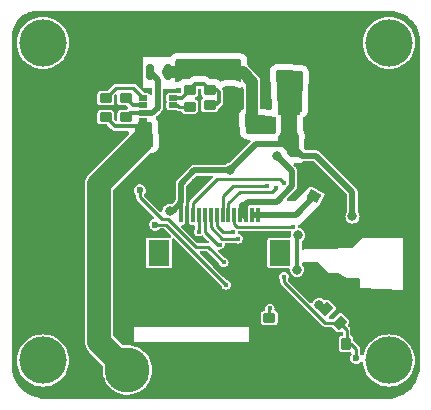
<source format=gbr>
%TF.GenerationSoftware,KiCad,Pcbnew,(6.0.1)*%
%TF.CreationDate,2022-11-26T20:31:09+08:00*%
%TF.ProjectId,IMU_base_V7,494d555f-6261-4736-955f-56372e6b6963,rev?*%
%TF.SameCoordinates,Original*%
%TF.FileFunction,Copper,L2,Bot*%
%TF.FilePolarity,Positive*%
%FSLAX46Y46*%
G04 Gerber Fmt 4.6, Leading zero omitted, Abs format (unit mm)*
G04 Created by KiCad (PCBNEW (6.0.1)) date 2022-11-26 20:31:09*
%MOMM*%
%LPD*%
G01*
G04 APERTURE LIST*
G04 Aperture macros list*
%AMRoundRect*
0 Rectangle with rounded corners*
0 $1 Rounding radius*
0 $2 $3 $4 $5 $6 $7 $8 $9 X,Y pos of 4 corners*
0 Add a 4 corners polygon primitive as box body*
4,1,4,$2,$3,$4,$5,$6,$7,$8,$9,$2,$3,0*
0 Add four circle primitives for the rounded corners*
1,1,$1+$1,$2,$3*
1,1,$1+$1,$4,$5*
1,1,$1+$1,$6,$7*
1,1,$1+$1,$8,$9*
0 Add four rect primitives between the rounded corners*
20,1,$1+$1,$2,$3,$4,$5,0*
20,1,$1+$1,$4,$5,$6,$7,0*
20,1,$1+$1,$6,$7,$8,$9,0*
20,1,$1+$1,$8,$9,$2,$3,0*%
G04 Aperture macros list end*
%TA.AperFunction,SMDPad,CuDef*%
%ADD10RoundRect,0.175000X-0.175000X-0.475000X0.175000X-0.475000X0.175000X0.475000X-0.175000X0.475000X0*%
%TD*%
%TA.AperFunction,SMDPad,CuDef*%
%ADD11RoundRect,0.040000X-0.460000X-0.360000X0.460000X-0.360000X0.460000X0.360000X-0.460000X0.360000X0*%
%TD*%
%TA.AperFunction,SMDPad,CuDef*%
%ADD12RoundRect,0.040000X0.578372X0.081769X-0.218372X0.541769X-0.578372X-0.081769X0.218372X-0.541769X0*%
%TD*%
%TA.AperFunction,SMDPad,CuDef*%
%ADD13R,0.300000X1.300000*%
%TD*%
%TA.AperFunction,SMDPad,CuDef*%
%ADD14R,1.800000X2.200000*%
%TD*%
%TA.AperFunction,SMDPad,CuDef*%
%ADD15RoundRect,0.040000X0.360000X-0.460000X0.360000X0.460000X-0.360000X0.460000X-0.360000X-0.460000X0*%
%TD*%
%TA.AperFunction,SMDPad,CuDef*%
%ADD16RoundRect,0.040000X-0.360000X0.460000X-0.360000X-0.460000X0.360000X-0.460000X0.360000X0.460000X0*%
%TD*%
%TA.AperFunction,SMDPad,CuDef*%
%ADD17RoundRect,0.055000X0.495000X-0.820000X0.495000X0.820000X-0.495000X0.820000X-0.495000X-0.820000X0*%
%TD*%
%TA.AperFunction,SMDPad,CuDef*%
%ADD18RoundRect,0.040000X0.460000X0.360000X-0.460000X0.360000X-0.460000X-0.360000X0.460000X-0.360000X0*%
%TD*%
%TA.AperFunction,ComponentPad*%
%ADD19R,3.800000X3.800000*%
%TD*%
%TA.AperFunction,ComponentPad*%
%ADD20C,3.800000*%
%TD*%
%TA.AperFunction,SMDPad,CuDef*%
%ADD21RoundRect,0.040000X0.070711X0.579828X-0.579828X-0.070711X-0.070711X-0.579828X0.579828X0.070711X0*%
%TD*%
%TA.AperFunction,SMDPad,CuDef*%
%ADD22RoundRect,0.020000X-0.330000X-0.180000X0.330000X-0.180000X0.330000X0.180000X-0.330000X0.180000X0*%
%TD*%
%TA.AperFunction,SMDPad,CuDef*%
%ADD23RoundRect,0.031000X0.279000X0.569000X-0.279000X0.569000X-0.279000X-0.569000X0.279000X-0.569000X0*%
%TD*%
%TA.AperFunction,SMDPad,CuDef*%
%ADD24RoundRect,0.031000X0.279000X0.619000X-0.279000X0.619000X-0.279000X-0.619000X0.279000X-0.619000X0*%
%TD*%
%TA.AperFunction,SMDPad,CuDef*%
%ADD25RoundRect,0.095000X0.855000X1.530000X-0.855000X1.530000X-0.855000X-1.530000X0.855000X-1.530000X0*%
%TD*%
%TA.AperFunction,SMDPad,CuDef*%
%ADD26RoundRect,0.100000X0.900000X0.900000X-0.900000X0.900000X-0.900000X-0.900000X0.900000X-0.900000X0*%
%TD*%
%TA.AperFunction,SMDPad,CuDef*%
%ADD27RoundRect,0.055000X-0.495000X0.820000X-0.495000X-0.820000X0.495000X-0.820000X0.495000X0.820000X0*%
%TD*%
%TA.AperFunction,ViaPad*%
%ADD28C,0.800000*%
%TD*%
%TA.AperFunction,ViaPad*%
%ADD29C,0.400000*%
%TD*%
%TA.AperFunction,ViaPad*%
%ADD30C,0.600000*%
%TD*%
%TA.AperFunction,ViaPad*%
%ADD31C,4.000000*%
%TD*%
%TA.AperFunction,Conductor*%
%ADD32C,0.350000*%
%TD*%
%TA.AperFunction,Conductor*%
%ADD33C,0.500000*%
%TD*%
%TA.AperFunction,Conductor*%
%ADD34C,1.000000*%
%TD*%
%TA.AperFunction,Conductor*%
%ADD35C,0.250000*%
%TD*%
%TA.AperFunction,Conductor*%
%ADD36C,2.000000*%
%TD*%
G04 APERTURE END LIST*
D10*
%TO.P,L1,1,1*%
%TO.N,Net-(C11-Pad2)*%
X185550000Y-59500000D03*
%TO.P,L1,2,2*%
%TO.N,+5V*%
X187050000Y-59500000D03*
%TD*%
D11*
%TO.P,C13,1*%
%TO.N,GND*%
X192350000Y-61100000D03*
%TO.P,C13,2*%
%TO.N,+5V*%
X192350000Y-59500000D03*
%TD*%
D12*
%TO.P,R11,1*%
%TO.N,GND*%
X200250000Y-68614360D03*
%TO.P,R11,2*%
%TO.N,GNDPWR*%
X199450000Y-70000000D03*
%TD*%
D13*
%TO.P,J5,1*%
%TO.N,GNDPWR*%
X194700000Y-71550000D03*
%TO.P,J5,2*%
X194200000Y-71550000D03*
%TO.P,J5,3*%
%TO.N,+5V*%
X193700000Y-71550000D03*
%TO.P,J5,4*%
X193200000Y-71550000D03*
%TO.P,J5,5*%
%TO.N,/TIM10_CH1*%
X192700000Y-71550000D03*
%TO.P,J5,6*%
%TO.N,/SPI1_MISO*%
X192200000Y-71550000D03*
%TO.P,J5,7*%
%TO.N,/SPI1_MOSI*%
X191700000Y-71550000D03*
%TO.P,J5,8*%
%TO.N,/INT1_Gyro*%
X191200000Y-71550000D03*
%TO.P,J5,9*%
%TO.N,/INT1_Acce1*%
X190700000Y-71550000D03*
%TO.P,J5,10*%
%TO.N,/CS1_Gyro*%
X190200000Y-71550000D03*
%TO.P,J5,11*%
%TO.N,/CS1_Acce1*%
X189700000Y-71550000D03*
%TO.P,J5,12*%
%TO.N,/SPI1_CLK*%
X189200000Y-71550000D03*
%TO.P,J5,13*%
%TO.N,GND*%
X188700000Y-71550000D03*
%TO.P,J5,14*%
%TO.N,+3V3*%
X188200000Y-71550000D03*
D14*
%TO.P,J5,MP*%
%TO.N,N/C*%
X196600000Y-74800000D03*
X186300000Y-74800000D03*
%TD*%
D15*
%TO.P,C3,1*%
%TO.N,/RESET*%
X202150000Y-82500000D03*
%TO.P,C3,2*%
%TO.N,GND*%
X200550000Y-82500000D03*
%TD*%
D16*
%TO.P,C8,1*%
%TO.N,GND*%
X192550000Y-63800000D03*
%TO.P,C8,2*%
%TO.N,+5V*%
X194150000Y-63800000D03*
%TD*%
D17*
%TO.P,C7,2*%
%TO.N,GND*%
X178050000Y-72000000D03*
%TO.P,C7,1*%
%TO.N,+24V*%
X181250000Y-72000000D03*
%TD*%
D18*
%TO.P,R3,1*%
%TO.N,/BOOT0*%
X195650000Y-80300000D03*
%TO.P,R3,2*%
%TO.N,GND*%
X195650000Y-81900000D03*
%TD*%
D19*
%TO.P,VCC,1*%
%TO.N,GND*%
X188650000Y-84700000D03*
D20*
%TO.P,VCC,2*%
%TO.N,+24V*%
X183650000Y-84700000D03*
%TD*%
D11*
%TO.P,R5,1*%
%TO.N,+24V*%
X181800000Y-63300000D03*
%TO.P,R5,2*%
%TO.N,Net-(R5-Pad2)*%
X181800000Y-61700000D03*
%TD*%
D21*
%TO.P,R1,1*%
%TO.N,+3V3*%
X200468630Y-79568630D03*
%TO.P,R1,2*%
%TO.N,/RESET*%
X201600000Y-80700000D03*
%TD*%
D22*
%TO.P,U3,1,FB*%
%TO.N,Net-(C12-Pad1)*%
X187500000Y-61650000D03*
%TO.P,U3,2,FS*%
%TO.N,Net-(R4-Pad2)*%
X187500000Y-62300000D03*
%TO.P,U3,3,GND*%
%TO.N,GND*%
X187500000Y-62950000D03*
%TO.P,U3,4,GND*%
X187500000Y-63600000D03*
%TO.P,U3,5,VIN*%
%TO.N,+24V*%
X185000000Y-63600000D03*
%TO.P,U3,6,SW*%
%TO.N,Net-(C11-Pad2)*%
X185000000Y-62950000D03*
%TO.P,U3,7,BST*%
%TO.N,Net-(C11-Pad1)*%
X185000000Y-62300000D03*
%TO.P,U3,8,EN*%
%TO.N,Net-(R5-Pad2)*%
X185000000Y-61650000D03*
%TD*%
D23*
%TO.P,U1,3,VIN*%
%TO.N,+5V*%
X195850000Y-63900000D03*
D24*
%TO.P,U1,2,VOUT*%
%TO.N,+3V3*%
X197350000Y-63850000D03*
D25*
X197350000Y-61525000D03*
D23*
%TO.P,U1,1,GND*%
%TO.N,GND*%
X198850000Y-63900000D03*
%TD*%
D18*
%TO.P,R8,2*%
%TO.N,Net-(C12-Pad1)*%
X188900000Y-61000000D03*
%TO.P,R8,1*%
%TO.N,+5V*%
X188900000Y-59400000D03*
%TD*%
D26*
%TO.P,D1,2,Anode*%
%TO.N,GND*%
X176000000Y-75800000D03*
%TO.P,D1,1,Cathode*%
%TO.N,+24V*%
X181250000Y-75800000D03*
%TD*%
D11*
%TO.P,R4,1*%
%TO.N,GND*%
X188900000Y-64000000D03*
%TO.P,R4,2*%
%TO.N,Net-(R4-Pad2)*%
X188900000Y-62400000D03*
%TD*%
D18*
%TO.P,C11,2*%
%TO.N,Net-(C11-Pad2)*%
X183500000Y-63300000D03*
%TO.P,C11,1*%
%TO.N,Net-(C11-Pad1)*%
X183500000Y-61700000D03*
%TD*%
D27*
%TO.P,C10,1*%
%TO.N,GND*%
X181600000Y-65400000D03*
%TO.P,C10,2*%
%TO.N,+24V*%
X184800000Y-65400000D03*
%TD*%
D11*
%TO.P,C12,1*%
%TO.N,Net-(C12-Pad1)*%
X190600000Y-61000000D03*
%TO.P,C12,2*%
%TO.N,+5V*%
X190600000Y-59400000D03*
%TD*%
%TO.P,R9,2*%
%TO.N,Net-(C12-Pad1)*%
X190600000Y-62300000D03*
%TO.P,R9,1*%
%TO.N,GND*%
X190600000Y-63900000D03*
%TD*%
D15*
%TO.P,C9,1*%
%TO.N,GND*%
X199050000Y-65600000D03*
%TO.P,C9,2*%
%TO.N,+3V3*%
X197450000Y-65600000D03*
%TD*%
D28*
%TO.N,GND*%
X188100000Y-78300000D03*
X199100000Y-80800000D03*
X199800000Y-81400000D03*
X182900000Y-77600000D03*
X188100000Y-64800000D03*
X187200000Y-64800000D03*
X200700000Y-63200000D03*
X194300000Y-76300000D03*
X193200000Y-76300000D03*
X194300000Y-75400000D03*
X193200000Y-75400000D03*
X191600000Y-66300000D03*
X191600000Y-65300000D03*
X199500000Y-60600000D03*
X200550000Y-60600000D03*
X201600000Y-60600000D03*
X200900000Y-70600000D03*
X201200000Y-69700000D03*
X198600000Y-68800000D03*
X190700000Y-65300000D03*
X201600000Y-59600000D03*
X200550000Y-59600000D03*
X199500000Y-59600000D03*
X187200000Y-57100000D03*
X186100000Y-57100000D03*
X185000000Y-57200000D03*
X184000000Y-57700000D03*
X184000000Y-58700000D03*
X184000000Y-59600000D03*
X180400000Y-63900000D03*
X180400000Y-64800000D03*
X191400000Y-83400000D03*
X191400000Y-84500000D03*
X191400000Y-85400000D03*
X191300000Y-86400000D03*
%TO.N,+5V*%
X196300000Y-66600000D03*
X194175000Y-63775000D03*
D29*
%TO.N,GND*%
X189700000Y-69300000D03*
X189300000Y-69300000D03*
D30*
X190000000Y-68800000D03*
X189379977Y-68779977D03*
D28*
X176800000Y-68100000D03*
X176800000Y-66400000D03*
X176900000Y-64600000D03*
X186500000Y-66700000D03*
X190700000Y-66300000D03*
X204000000Y-78300000D03*
X205700000Y-78300000D03*
X207500000Y-77400000D03*
X207500000Y-75600000D03*
X207500000Y-73800000D03*
X206200000Y-73100000D03*
D29*
X200700000Y-74200000D03*
X202500000Y-74100000D03*
X203900000Y-73300000D03*
X205200000Y-73300000D03*
X202900000Y-77100000D03*
X201400000Y-77000000D03*
X200500000Y-76800000D03*
D28*
%TO.N,+3V3*%
X202700000Y-71700000D03*
X198100000Y-73300000D03*
X198014068Y-76208441D03*
X187211054Y-71236819D03*
X199900000Y-79200000D03*
X192300000Y-67800000D03*
D30*
%TO.N,/SWCLK*%
X186000000Y-72400000D03*
%TO.N,/SWDIO*%
X184700000Y-69500000D03*
%TO.N,/RESET*%
X203000000Y-83700000D03*
D29*
%TO.N,/SPI1_MISO*%
X196224500Y-69300000D03*
%TO.N,/RESET*%
X196900000Y-76800000D03*
%TO.N,/TIM10_CH1*%
X197700000Y-72600000D03*
%TO.N,/BOOT0*%
X195700000Y-79500000D03*
%TO.N,/SWCLK*%
X192000000Y-77500000D03*
%TO.N,/SWDIO*%
X191800000Y-75600000D03*
%TO.N,/CS1_Acce1*%
X189675500Y-73000000D03*
%TO.N,/CS1_Gyro*%
X191475453Y-74088952D03*
%TO.N,/INT1_Acce1*%
X193000000Y-73600000D03*
%TO.N,/INT1_Gyro*%
X192600000Y-73000000D03*
%TO.N,/SPI1_CLK*%
X196900000Y-68900000D03*
%TO.N,/SPI1_MOSI*%
X195500000Y-69100000D03*
D31*
%TO.N,*%
X176491600Y-83902603D03*
X205791600Y-57002603D03*
X205781600Y-83902603D03*
X176491600Y-57002603D03*
%TD*%
D32*
%TO.N,+3V3*%
X198014068Y-73385932D02*
X198014068Y-76208441D01*
X198100000Y-73300000D02*
X198014068Y-73385932D01*
D33*
%TO.N,+5V*%
X193850000Y-70450489D02*
X193500000Y-70800489D01*
X196268059Y-70450489D02*
X193850000Y-70450489D01*
X193500000Y-70800489D02*
X193500000Y-71700000D01*
X197549511Y-69169037D02*
X196268059Y-70450489D01*
X197549511Y-67849511D02*
X197549511Y-69169037D01*
X196300000Y-66600000D02*
X197549511Y-67849511D01*
D34*
X194175000Y-63775000D02*
X194150000Y-63800000D01*
D33*
%TO.N,+3V3*%
X188175489Y-68924511D02*
X189300000Y-67800000D01*
X188175489Y-70525489D02*
X188175489Y-68924511D01*
X189300000Y-67800000D02*
X192300000Y-67800000D01*
X202700000Y-69661305D02*
X202700000Y-71700000D01*
X199588215Y-66549520D02*
X202700000Y-69661305D01*
X198399520Y-66549520D02*
X199588215Y-66549520D01*
X197450000Y-65600000D02*
X198399520Y-66549520D01*
D35*
%TO.N,/RESET*%
X196900000Y-76800000D02*
X196900000Y-77224614D01*
X196900000Y-77224614D02*
X200375386Y-80700000D01*
X200375386Y-80700000D02*
X201600000Y-80700000D01*
D32*
%TO.N,+3V3*%
X200268630Y-79568630D02*
X200468630Y-79568630D01*
X199900000Y-79200000D02*
X200268630Y-79568630D01*
X187463181Y-71236819D02*
X187211054Y-71236819D01*
D33*
X188174511Y-70525489D02*
X187463181Y-71236819D01*
D32*
X188175489Y-70525489D02*
X188174511Y-70525489D01*
X188175489Y-71550000D02*
X188175489Y-70525489D01*
D35*
%TO.N,/SWDIO*%
X186550480Y-71950480D02*
X187086198Y-71950480D01*
X189435718Y-74300000D02*
X190500000Y-74300000D01*
X184700000Y-70100000D02*
X186550480Y-71950480D01*
X190500000Y-74300000D02*
X191800000Y-75600000D01*
X184700000Y-69500000D02*
X184700000Y-70100000D01*
X187086198Y-71950480D02*
X189435718Y-74300000D01*
D33*
%TO.N,+3V3*%
X197450000Y-65600000D02*
X194500000Y-65600000D01*
X194500000Y-65600000D02*
X192300000Y-67800000D01*
D34*
%TO.N,+5V*%
X188800000Y-59500000D02*
X188900000Y-59400000D01*
X187050000Y-59500000D02*
X188800000Y-59500000D01*
D35*
X193600000Y-70600000D02*
X193700000Y-70700000D01*
X193300000Y-70600000D02*
X193600000Y-70600000D01*
X193200000Y-70700000D02*
X193300000Y-70600000D01*
X193200000Y-71550000D02*
X193200000Y-70700000D01*
X193700000Y-70700000D02*
X193700000Y-71550000D01*
D33*
%TO.N,GNDPWR*%
X197900000Y-71550000D02*
X194299511Y-71550000D01*
X199450000Y-70000000D02*
X197900000Y-71550000D01*
D35*
%TO.N,/RESET*%
X202200000Y-82450000D02*
X202150000Y-82500000D01*
X202200000Y-81300000D02*
X202200000Y-82450000D01*
X201600000Y-80700000D02*
X202200000Y-81300000D01*
%TO.N,/SWCLK*%
X186900000Y-72400000D02*
X186000000Y-72400000D01*
X192000000Y-77500000D02*
X186900000Y-72400000D01*
D34*
%TO.N,+5V*%
X194200000Y-63750000D02*
X194175000Y-63775000D01*
X193400000Y-59500000D02*
X194200000Y-60300000D01*
X194200000Y-60300000D02*
X194200000Y-63750000D01*
X192350000Y-59500000D02*
X193400000Y-59500000D01*
D32*
%TO.N,+24V*%
X182574520Y-64074520D02*
X181800000Y-63300000D01*
X184525480Y-64074520D02*
X182574520Y-64074520D01*
X185000000Y-63600000D02*
X184525480Y-64074520D01*
D36*
X181250000Y-68950000D02*
X184800000Y-65400000D01*
X181250000Y-72000000D02*
X181250000Y-68950000D01*
X181250000Y-75800000D02*
X181250000Y-72000000D01*
X181250000Y-82300000D02*
X181250000Y-75800000D01*
X183650000Y-84700000D02*
X181250000Y-82300000D01*
D35*
%TO.N,/BOOT0*%
X195650000Y-79550000D02*
X195700000Y-79500000D01*
X195650000Y-80300000D02*
X195650000Y-79550000D01*
%TO.N,/RESET*%
X203000000Y-82900000D02*
X203000000Y-83700000D01*
X202600000Y-82500000D02*
X203000000Y-82900000D01*
X202150000Y-82500000D02*
X202600000Y-82500000D01*
D32*
%TO.N,Net-(C12-Pad1)*%
X191100000Y-62300000D02*
X190600000Y-62300000D01*
X191400000Y-62000000D02*
X191100000Y-62300000D01*
X191400000Y-61200000D02*
X191400000Y-62000000D01*
X191200000Y-61000000D02*
X191400000Y-61200000D01*
X190600000Y-61000000D02*
X191200000Y-61000000D01*
X190100000Y-60500000D02*
X190600000Y-61000000D01*
X189400000Y-60500000D02*
X190100000Y-60500000D01*
X188900000Y-61000000D02*
X189400000Y-60500000D01*
X187500000Y-61650000D02*
X188250000Y-61650000D01*
X188250000Y-61650000D02*
X188900000Y-61000000D01*
D35*
%TO.N,Net-(R4-Pad2)*%
X188854511Y-62445489D02*
X188900000Y-62400000D01*
X187847224Y-62300000D02*
X187992713Y-62445489D01*
X187500000Y-62300000D02*
X187847224Y-62300000D01*
X187992713Y-62445489D02*
X188854511Y-62445489D01*
D33*
%TO.N,Net-(C11-Pad2)*%
X185750000Y-62950000D02*
X185000000Y-62950000D01*
X186200000Y-62500000D02*
X185750000Y-62950000D01*
X185550000Y-59500000D02*
X186200000Y-60150000D01*
X186200000Y-60150000D02*
X186200000Y-62500000D01*
D35*
%TO.N,Net-(R5-Pad2)*%
X182700000Y-60800000D02*
X181800000Y-61700000D01*
X185000000Y-61650000D02*
X184150000Y-60800000D01*
X184150000Y-60800000D02*
X182700000Y-60800000D01*
D32*
%TO.N,Net-(C11-Pad1)*%
X184100000Y-62300000D02*
X183500000Y-61700000D01*
X185000000Y-62300000D02*
X184100000Y-62300000D01*
%TO.N,Net-(C11-Pad2)*%
X183850000Y-62950000D02*
X185000000Y-62950000D01*
X183500000Y-63300000D02*
X183850000Y-62950000D01*
D35*
%TO.N,/TIM10_CH1*%
X192941772Y-72600000D02*
X197700000Y-72600000D01*
X192700000Y-72358228D02*
X192941772Y-72600000D01*
X192700000Y-71550000D02*
X192700000Y-72358228D01*
%TO.N,/SPI1_CLK*%
X189200000Y-70600978D02*
X189200000Y-71550000D01*
X191225489Y-68575489D02*
X189200000Y-70600978D01*
X196900000Y-68900000D02*
X196575489Y-68575489D01*
X196575489Y-68575489D02*
X191225489Y-68575489D01*
%TO.N,/SPI1_MISO*%
X192200000Y-70600978D02*
X192200000Y-71550000D01*
X195899989Y-69624511D02*
X193176467Y-69624511D01*
X196224500Y-69300000D02*
X195899989Y-69624511D01*
X193176467Y-69624511D02*
X192200000Y-70600978D01*
%TO.N,/SPI1_MOSI*%
X191700000Y-70000000D02*
X191700000Y-71550000D01*
X192600000Y-69100000D02*
X191700000Y-70000000D01*
X195500000Y-69100000D02*
X192600000Y-69100000D01*
%TO.N,/CS1_Acce1*%
X189700000Y-72975500D02*
X189700000Y-71550000D01*
X189675500Y-73000000D02*
X189700000Y-72975500D01*
%TO.N,/CS1_Gyro*%
X190200000Y-73000000D02*
X190200000Y-71550000D01*
X191288952Y-74088952D02*
X190200000Y-73000000D01*
X191475453Y-74088952D02*
X191288952Y-74088952D01*
%TO.N,/INT1_Acce1*%
X190700000Y-72634740D02*
X190700000Y-71550000D01*
X191665260Y-73600000D02*
X190700000Y-72634740D01*
X193000000Y-73600000D02*
X191665260Y-73600000D01*
%TO.N,/INT1_Gyro*%
X191700978Y-73000000D02*
X191200000Y-72499022D01*
X192600000Y-73000000D02*
X191700978Y-73000000D01*
X191200000Y-72499022D02*
X191200000Y-71550000D01*
%TD*%
%TA.AperFunction,Conductor*%
%TO.N,+24V*%
G36*
X184733472Y-63665597D02*
G01*
X184733808Y-63665769D01*
X184740916Y-63667508D01*
X184740918Y-63667509D01*
X184794662Y-63680660D01*
X184905610Y-63707808D01*
X184911212Y-63708156D01*
X184911215Y-63708156D01*
X184914825Y-63708380D01*
X184914835Y-63708380D01*
X184916764Y-63708500D01*
X185598310Y-63708500D01*
X185666431Y-63728502D01*
X185712924Y-63782158D01*
X185724217Y-63829657D01*
X185795292Y-65677585D01*
X185777923Y-65746425D01*
X185726094Y-65794945D01*
X185677766Y-65808149D01*
X185429089Y-65824727D01*
X184434381Y-65891041D01*
X184365081Y-65875614D01*
X184315122Y-65825170D01*
X184300000Y-65765320D01*
X184300000Y-64153129D01*
X184320002Y-64085008D01*
X184339616Y-64063802D01*
X184338578Y-64062764D01*
X184344656Y-64056686D01*
X184351495Y-64051495D01*
X184356686Y-64044656D01*
X184356689Y-64044653D01*
X184437162Y-63938632D01*
X184442354Y-63931792D01*
X184497675Y-63792066D01*
X184500448Y-63769155D01*
X184528487Y-63703934D01*
X184587339Y-63664224D01*
X184628939Y-63659042D01*
X184628939Y-63658500D01*
X184694023Y-63658500D01*
X184733472Y-63665597D01*
G37*
%TD.AperFunction*%
%TD*%
%TA.AperFunction,Conductor*%
%TO.N,+5V*%
G36*
X193242121Y-58420002D02*
G01*
X193288614Y-58473658D01*
X193300000Y-58526000D01*
X193300000Y-60169450D01*
X193279998Y-60237571D01*
X193226342Y-60284064D01*
X193156068Y-60294168D01*
X193097822Y-60269813D01*
X193081792Y-60257646D01*
X193000009Y-60225266D01*
X192949596Y-60205306D01*
X192949594Y-60205305D01*
X192942066Y-60202325D01*
X192852614Y-60191500D01*
X191847386Y-60191500D01*
X191757934Y-60202325D01*
X191750406Y-60205305D01*
X191750404Y-60205306D01*
X191699991Y-60225266D01*
X191618208Y-60257646D01*
X191611367Y-60262839D01*
X191603882Y-60267056D01*
X191602566Y-60264720D01*
X191548896Y-60285149D01*
X191479423Y-60270523D01*
X191453684Y-60251389D01*
X191451495Y-60248505D01*
X191331792Y-60157646D01*
X191250009Y-60125266D01*
X191199596Y-60105306D01*
X191199594Y-60105305D01*
X191192066Y-60102325D01*
X191102614Y-60091500D01*
X190710305Y-60091500D01*
X190642184Y-60071498D01*
X190621210Y-60054595D01*
X190603156Y-60036541D01*
X190597302Y-60030276D01*
X190565704Y-59994055D01*
X190560710Y-59988330D01*
X190510345Y-59952934D01*
X190505077Y-59949020D01*
X190462649Y-59915752D01*
X190456672Y-59911065D01*
X190449748Y-59907939D01*
X190445439Y-59905329D01*
X190436024Y-59899958D01*
X190431576Y-59897573D01*
X190425361Y-59893205D01*
X190368039Y-59870856D01*
X190361971Y-59868306D01*
X190305895Y-59842986D01*
X190298418Y-59841600D01*
X190293598Y-59840090D01*
X190283165Y-59837118D01*
X190278304Y-59835870D01*
X190271228Y-59833111D01*
X190210238Y-59825082D01*
X190203722Y-59824050D01*
X190150700Y-59814223D01*
X190143233Y-59812839D01*
X190135653Y-59813276D01*
X190135652Y-59813276D01*
X190083358Y-59816291D01*
X190076106Y-59816500D01*
X189428056Y-59816500D01*
X189419486Y-59816208D01*
X189418443Y-59816137D01*
X189363966Y-59812423D01*
X189356489Y-59813728D01*
X189356486Y-59813728D01*
X189303342Y-59823003D01*
X189296819Y-59823966D01*
X189243308Y-59830442D01*
X189243307Y-59830442D01*
X189235765Y-59831355D01*
X189228655Y-59834041D01*
X189223752Y-59835246D01*
X189213266Y-59838114D01*
X189208474Y-59839561D01*
X189200996Y-59840866D01*
X189194044Y-59843918D01*
X189194043Y-59843918D01*
X189144659Y-59865595D01*
X189138554Y-59868086D01*
X189088118Y-59887145D01*
X189088115Y-59887147D01*
X189081011Y-59889831D01*
X189074754Y-59894131D01*
X189070286Y-59896467D01*
X189060840Y-59901725D01*
X189056474Y-59904307D01*
X189049515Y-59907362D01*
X189000696Y-59944823D01*
X188995377Y-59948686D01*
X188989166Y-59952955D01*
X188944674Y-59983534D01*
X188939623Y-59989203D01*
X188904768Y-60028323D01*
X188899787Y-60033598D01*
X188878790Y-60054595D01*
X188816478Y-60088621D01*
X188789695Y-60091500D01*
X188397386Y-60091500D01*
X188307934Y-60102325D01*
X188300406Y-60105305D01*
X188300404Y-60105306D01*
X188249991Y-60125266D01*
X188168208Y-60157646D01*
X188161368Y-60162838D01*
X188055347Y-60243311D01*
X188055344Y-60243314D01*
X188048505Y-60248505D01*
X188043314Y-60255344D01*
X188043310Y-60255348D01*
X188032157Y-60270042D01*
X187975040Y-60312209D01*
X187929914Y-60319849D01*
X187824120Y-60318270D01*
X187756305Y-60297254D01*
X187710618Y-60242910D01*
X187700000Y-60192284D01*
X187700000Y-58526000D01*
X187720002Y-58457879D01*
X187773658Y-58411386D01*
X187826000Y-58400000D01*
X193174000Y-58400000D01*
X193242121Y-58420002D01*
G37*
%TD.AperFunction*%
%TD*%
%TA.AperFunction,Conductor*%
%TO.N,+5V*%
G36*
X195814885Y-63170376D02*
G01*
X195881271Y-63195544D01*
X195921630Y-63247786D01*
X195967843Y-63359354D01*
X196064578Y-63485422D01*
X196071124Y-63490445D01*
X196071128Y-63490449D01*
X196150704Y-63551510D01*
X196192571Y-63608848D01*
X196200000Y-63651472D01*
X196200000Y-64574000D01*
X196179998Y-64642121D01*
X196126342Y-64688614D01*
X196074000Y-64700000D01*
X193818806Y-64700000D01*
X193750685Y-64679998D01*
X193704192Y-64626342D01*
X193693023Y-64581399D01*
X193638322Y-63651472D01*
X193608476Y-63144098D01*
X193624444Y-63074921D01*
X193675277Y-63025358D01*
X193743923Y-63011071D01*
X195814885Y-63170376D01*
G37*
%TD.AperFunction*%
%TD*%
%TA.AperFunction,Conductor*%
%TO.N,+3V3*%
G36*
X196970494Y-59333500D02*
G01*
X198376341Y-59394624D01*
X198443529Y-59417566D01*
X198487647Y-59473191D01*
X198496827Y-59523735D01*
X198414610Y-62730220D01*
X198392868Y-62797805D01*
X198335034Y-62844142D01*
X198311654Y-62853399D01*
X198303668Y-62856561D01*
X198185929Y-62945929D01*
X198096561Y-63063668D01*
X198042147Y-63201101D01*
X198031500Y-63289086D01*
X198031500Y-64510914D01*
X198042147Y-64598899D01*
X198096561Y-64736332D01*
X198101751Y-64743170D01*
X198101753Y-64743173D01*
X198160955Y-64821169D01*
X198186208Y-64887523D01*
X198177744Y-64943731D01*
X198156448Y-64997521D01*
X198152325Y-65007934D01*
X198141500Y-65097386D01*
X198141500Y-66102614D01*
X198152325Y-66192066D01*
X198207646Y-66331792D01*
X198212836Y-66338630D01*
X198212838Y-66338633D01*
X198261110Y-66402229D01*
X198286530Y-66471009D01*
X198291728Y-66559371D01*
X198275760Y-66628548D01*
X198224928Y-66678112D01*
X198159323Y-66692596D01*
X197817162Y-66674587D01*
X197475002Y-66656579D01*
X197408026Y-66633024D01*
X197392529Y-66619848D01*
X197220125Y-66447444D01*
X197189387Y-66397285D01*
X197165513Y-66323807D01*
X197134527Y-66228444D01*
X197039040Y-66063056D01*
X196911253Y-65921134D01*
X196756752Y-65808882D01*
X196750724Y-65806198D01*
X196750722Y-65806197D01*
X196588319Y-65733891D01*
X196588318Y-65733891D01*
X196582288Y-65731206D01*
X196519874Y-65717940D01*
X196499803Y-65713673D01*
X196437329Y-65679944D01*
X196403008Y-65617795D01*
X196400000Y-65590426D01*
X196400000Y-65003202D01*
X196420002Y-64935081D01*
X196449821Y-64902839D01*
X196507232Y-64859262D01*
X196514071Y-64854071D01*
X196603439Y-64736332D01*
X196657853Y-64598899D01*
X196668500Y-64510914D01*
X196668500Y-63289086D01*
X196657853Y-63201101D01*
X196603439Y-63063668D01*
X196514071Y-62945929D01*
X196422415Y-62876359D01*
X196380249Y-62819243D01*
X196372769Y-62782619D01*
X196370012Y-62730220D01*
X196200174Y-59503306D01*
X196200000Y-59496684D01*
X196200000Y-59431597D01*
X196220002Y-59363476D01*
X196273658Y-59316983D01*
X196331472Y-59305716D01*
X196970494Y-59333500D01*
G37*
%TD.AperFunction*%
%TD*%
%TA.AperFunction,Conductor*%
%TO.N,GND*%
G36*
X205984856Y-54327130D02*
G01*
X206079701Y-54332867D01*
X206080187Y-54332898D01*
X206211497Y-54341504D01*
X206243100Y-54347700D01*
X207202451Y-54667484D01*
X207227791Y-54679190D01*
X207266051Y-54702319D01*
X207270868Y-54705382D01*
X207364565Y-54767988D01*
X207383658Y-54783658D01*
X207693665Y-55093665D01*
X207705370Y-55107160D01*
X208151516Y-55702021D01*
X208165613Y-55725905D01*
X208195248Y-55791751D01*
X208213013Y-55831221D01*
X208220640Y-55848168D01*
X208225054Y-55859380D01*
X208273661Y-56002573D01*
X208274634Y-56005561D01*
X208310363Y-56120220D01*
X208315240Y-56135870D01*
X208318522Y-56148767D01*
X208321274Y-56162601D01*
X208349348Y-56303736D01*
X208349705Y-56305605D01*
X208373085Y-56433186D01*
X208374879Y-56447657D01*
X208387494Y-56640129D01*
X208387534Y-56640762D01*
X208393270Y-56735590D01*
X208393500Y-56743198D01*
X208393500Y-84447258D01*
X208393302Y-84454323D01*
X208387027Y-84566055D01*
X208386995Y-84566598D01*
X208375734Y-84752765D01*
X208374184Y-84766263D01*
X208350797Y-84903907D01*
X208350513Y-84905514D01*
X208341124Y-84956747D01*
X208335602Y-84977094D01*
X208058212Y-85739917D01*
X208050076Y-85757806D01*
X208032049Y-85790423D01*
X208029600Y-85794658D01*
X207951610Y-85923669D01*
X207946552Y-85931381D01*
X207860520Y-86052630D01*
X207856956Y-86057410D01*
X207772308Y-86165455D01*
X207768825Y-86169704D01*
X207756088Y-86184564D01*
X207742314Y-86200634D01*
X207740658Y-86202527D01*
X207659827Y-86292976D01*
X207654989Y-86298092D01*
X207548901Y-86404180D01*
X207543766Y-86409035D01*
X207432721Y-86508272D01*
X207426478Y-86513499D01*
X207386784Y-86544597D01*
X207308194Y-86606167D01*
X207303401Y-86609741D01*
X207182190Y-86695746D01*
X207174474Y-86700807D01*
X207157520Y-86711056D01*
X207145148Y-86717624D01*
X206496987Y-87016775D01*
X206481690Y-87022660D01*
X206466898Y-87027270D01*
X206464345Y-87028034D01*
X206325092Y-87068153D01*
X206312928Y-87071012D01*
X206217081Y-87088577D01*
X206156289Y-87099717D01*
X206154684Y-87100001D01*
X206017063Y-87123384D01*
X206003565Y-87124934D01*
X205817398Y-87136195D01*
X205816855Y-87136227D01*
X205705124Y-87142502D01*
X205698059Y-87142700D01*
X188511296Y-87142698D01*
X176697268Y-87142697D01*
X176692491Y-87142606D01*
X176688739Y-87142464D01*
X176579372Y-87138314D01*
X176578953Y-87138298D01*
X176380668Y-87129919D01*
X176367147Y-87128614D01*
X176348371Y-87125774D01*
X176229016Y-87107721D01*
X176208020Y-87102673D01*
X175340267Y-86813422D01*
X175321179Y-86805256D01*
X175298111Y-86793049D01*
X175293831Y-86790677D01*
X175278350Y-86781698D01*
X175264210Y-86772163D01*
X174634680Y-86282528D01*
X174619629Y-86268725D01*
X174541619Y-86184564D01*
X174536271Y-86178406D01*
X174437317Y-86056724D01*
X174433655Y-86051996D01*
X174401050Y-86007770D01*
X174342296Y-85928075D01*
X174337091Y-85920444D01*
X174253205Y-85787211D01*
X174250679Y-85783021D01*
X174244174Y-85771740D01*
X174183563Y-85666632D01*
X174180030Y-85660061D01*
X174149187Y-85598374D01*
X174147979Y-85595889D01*
X174101571Y-85497588D01*
X174100018Y-85494167D01*
X174087154Y-85464639D01*
X174039263Y-85354717D01*
X174035188Y-85344070D01*
X173984442Y-85191072D01*
X173983663Y-85188637D01*
X173939613Y-85045569D01*
X173936533Y-85033458D01*
X173934841Y-85025084D01*
X173903410Y-84869574D01*
X173903100Y-84867985D01*
X173876481Y-84726900D01*
X173874685Y-84713432D01*
X173859129Y-84515910D01*
X173859087Y-84515368D01*
X173850847Y-84404645D01*
X173850500Y-84395294D01*
X173850500Y-83902603D01*
X174286378Y-83902603D01*
X174286648Y-83906722D01*
X174303670Y-84166421D01*
X174305244Y-84190442D01*
X174306048Y-84194482D01*
X174306048Y-84194485D01*
X174357050Y-84450887D01*
X174361519Y-84473356D01*
X174362845Y-84477262D01*
X174362846Y-84477266D01*
X174439298Y-84702484D01*
X174454241Y-84746505D01*
X174456062Y-84750198D01*
X174456063Y-84750200D01*
X174567955Y-84977094D01*
X174581822Y-85005214D01*
X174742080Y-85245057D01*
X174744794Y-85248151D01*
X174744798Y-85248157D01*
X174807605Y-85319774D01*
X174932273Y-85461930D01*
X174935362Y-85464639D01*
X175146046Y-85649405D01*
X175146052Y-85649409D01*
X175149146Y-85652123D01*
X175152572Y-85654412D01*
X175152577Y-85654416D01*
X175280539Y-85739917D01*
X175388989Y-85812381D01*
X175392688Y-85814205D01*
X175392693Y-85814208D01*
X175630297Y-85931381D01*
X175647698Y-85939962D01*
X175651596Y-85941285D01*
X175651598Y-85941286D01*
X175916937Y-86031357D01*
X175916941Y-86031358D01*
X175920847Y-86032684D01*
X175924891Y-86033488D01*
X175924897Y-86033490D01*
X176199718Y-86088155D01*
X176199721Y-86088155D01*
X176203761Y-86088959D01*
X176207872Y-86089228D01*
X176207876Y-86089229D01*
X176487481Y-86107555D01*
X176491600Y-86107825D01*
X176495719Y-86107555D01*
X176775324Y-86089229D01*
X176775328Y-86089228D01*
X176779439Y-86088959D01*
X176783479Y-86088155D01*
X176783482Y-86088155D01*
X177058303Y-86033490D01*
X177058309Y-86033488D01*
X177062353Y-86032684D01*
X177066259Y-86031358D01*
X177066263Y-86031357D01*
X177331602Y-85941286D01*
X177331604Y-85941285D01*
X177335502Y-85939962D01*
X177352903Y-85931381D01*
X177590507Y-85814208D01*
X177590512Y-85814205D01*
X177594211Y-85812381D01*
X177702661Y-85739917D01*
X177830623Y-85654416D01*
X177830628Y-85654412D01*
X177834054Y-85652123D01*
X177837148Y-85649409D01*
X177837154Y-85649405D01*
X178047838Y-85464639D01*
X178050927Y-85461930D01*
X178175595Y-85319774D01*
X178238402Y-85248157D01*
X178238406Y-85248151D01*
X178241120Y-85245057D01*
X178401378Y-85005214D01*
X178415246Y-84977094D01*
X178527137Y-84750200D01*
X178527138Y-84750198D01*
X178528959Y-84746505D01*
X178543902Y-84702484D01*
X178620354Y-84477266D01*
X178620355Y-84477262D01*
X178621681Y-84473356D01*
X178626151Y-84450887D01*
X178677152Y-84194485D01*
X178677152Y-84194482D01*
X178677956Y-84190442D01*
X178679531Y-84166421D01*
X178696552Y-83906722D01*
X178696822Y-83902603D01*
X178691872Y-83827074D01*
X178678226Y-83618879D01*
X178678225Y-83618875D01*
X178677956Y-83614764D01*
X178677152Y-83610721D01*
X178622487Y-83335900D01*
X178622485Y-83335894D01*
X178621681Y-83331850D01*
X178617307Y-83318963D01*
X178530283Y-83062601D01*
X178530282Y-83062599D01*
X178528959Y-83058701D01*
X178527137Y-83055006D01*
X178403205Y-82803696D01*
X178403202Y-82803691D01*
X178401378Y-82799992D01*
X178346517Y-82717887D01*
X178243413Y-82563580D01*
X178243409Y-82563575D01*
X178241120Y-82560149D01*
X178238406Y-82557055D01*
X178238402Y-82557049D01*
X178053636Y-82346365D01*
X178050927Y-82343276D01*
X178044107Y-82337295D01*
X178037568Y-82331560D01*
X180044770Y-82331560D01*
X180049129Y-82368383D01*
X180055699Y-82423895D01*
X180056040Y-82427149D01*
X180064546Y-82519711D01*
X180066116Y-82525278D01*
X180066117Y-82525282D01*
X180066152Y-82525406D01*
X180070008Y-82544789D01*
X180070704Y-82550667D01*
X180095433Y-82630307D01*
X180098272Y-82639451D01*
X180099186Y-82642535D01*
X180124435Y-82732064D01*
X180126988Y-82737241D01*
X180126992Y-82737251D01*
X180127054Y-82737376D01*
X180134379Y-82755737D01*
X180136131Y-82761379D01*
X180174434Y-82834180D01*
X180179403Y-82843625D01*
X180180896Y-82846556D01*
X180222020Y-82929947D01*
X180225564Y-82934693D01*
X180236108Y-82951405D01*
X180238863Y-82956641D01*
X180262433Y-82986539D01*
X180296417Y-83029648D01*
X180298413Y-83032250D01*
X180354033Y-83106733D01*
X180414369Y-83162507D01*
X180417517Y-83165417D01*
X180421083Y-83168847D01*
X181532595Y-84280359D01*
X181566621Y-84342671D01*
X181568148Y-84387862D01*
X181568091Y-84388250D01*
X181567178Y-84392436D01*
X181544707Y-84677953D01*
X181561194Y-84963878D01*
X181562019Y-84968083D01*
X181562020Y-84968091D01*
X181578052Y-85049804D01*
X181616332Y-85244920D01*
X181617719Y-85248970D01*
X181617720Y-85248975D01*
X181702840Y-85497588D01*
X181709102Y-85515878D01*
X181837787Y-85771740D01*
X181840213Y-85775269D01*
X181840216Y-85775275D01*
X181953403Y-85939962D01*
X182000006Y-86007770D01*
X182002893Y-86010943D01*
X182002894Y-86010944D01*
X182073882Y-86088959D01*
X182192756Y-86219600D01*
X182412472Y-86403311D01*
X182655088Y-86555503D01*
X182658990Y-86557265D01*
X182658994Y-86557267D01*
X182912202Y-86671595D01*
X182912206Y-86671597D01*
X182916114Y-86673361D01*
X182920233Y-86674581D01*
X183186606Y-86753485D01*
X183186611Y-86753486D01*
X183190719Y-86754703D01*
X183194953Y-86755351D01*
X183194958Y-86755352D01*
X183425811Y-86790677D01*
X183473824Y-86798024D01*
X183619589Y-86800314D01*
X183755898Y-86802456D01*
X183755904Y-86802456D01*
X183760189Y-86802523D01*
X183764441Y-86802008D01*
X183764449Y-86802008D01*
X183984221Y-86775411D01*
X184044514Y-86768115D01*
X184048662Y-86767027D01*
X184048666Y-86767026D01*
X184317388Y-86696528D01*
X184321539Y-86695439D01*
X184325500Y-86693799D01*
X184325504Y-86693797D01*
X184528433Y-86609741D01*
X184586138Y-86585839D01*
X184621956Y-86564909D01*
X184829717Y-86443503D01*
X184829718Y-86443503D01*
X184833415Y-86441342D01*
X184880810Y-86404180D01*
X185055421Y-86267267D01*
X185058793Y-86264623D01*
X185105491Y-86216435D01*
X185211002Y-86107555D01*
X185258102Y-86058952D01*
X185260635Y-86055504D01*
X185260639Y-86055499D01*
X185425117Y-85831589D01*
X185427655Y-85828134D01*
X185445831Y-85794658D01*
X185562263Y-85580217D01*
X185562264Y-85580215D01*
X185564313Y-85576441D01*
X185665548Y-85308530D01*
X185724537Y-85050971D01*
X185728530Y-85033538D01*
X185728531Y-85033533D01*
X185729487Y-85029358D01*
X185754946Y-84744092D01*
X185755408Y-84700000D01*
X185753614Y-84673683D01*
X185736220Y-84418540D01*
X185736219Y-84418534D01*
X185735928Y-84414263D01*
X185677850Y-84133814D01*
X185582248Y-83863842D01*
X185455813Y-83618879D01*
X185452856Y-83613149D01*
X185452856Y-83613148D01*
X185450891Y-83609342D01*
X185448428Y-83605837D01*
X185288673Y-83378529D01*
X185288668Y-83378523D01*
X185286209Y-83375024D01*
X185183187Y-83264159D01*
X185094172Y-83168367D01*
X185094169Y-83168364D01*
X185091251Y-83165224D01*
X185087935Y-83162510D01*
X185087932Y-83162507D01*
X184872941Y-82986539D01*
X184869623Y-82983823D01*
X184625427Y-82834180D01*
X184542579Y-82797812D01*
X184367110Y-82720786D01*
X184367106Y-82720785D01*
X184363182Y-82719062D01*
X184087739Y-82640600D01*
X183877881Y-82610733D01*
X183808448Y-82600851D01*
X183808446Y-82600851D01*
X183804196Y-82600246D01*
X183652333Y-82599451D01*
X183522086Y-82598769D01*
X183522080Y-82598769D01*
X183517800Y-82598747D01*
X183513556Y-82599306D01*
X183513552Y-82599306D01*
X183339674Y-82622197D01*
X183269525Y-82611257D01*
X183234133Y-82586370D01*
X183015763Y-82368000D01*
X184238059Y-82368000D01*
X184238100Y-82368099D01*
X184238217Y-82368383D01*
X184238600Y-82368541D01*
X184238699Y-82368500D01*
X193928601Y-82368500D01*
X193928700Y-82368541D01*
X193928799Y-82368500D01*
X193929083Y-82368383D01*
X193929241Y-82368000D01*
X193929200Y-82367901D01*
X193929200Y-81072699D01*
X193929241Y-81072600D01*
X193929083Y-81072217D01*
X193928799Y-81072100D01*
X193928700Y-81072059D01*
X193928601Y-81072100D01*
X184238699Y-81072100D01*
X184238600Y-81072059D01*
X184238501Y-81072100D01*
X184238217Y-81072217D01*
X184238059Y-81072600D01*
X184238100Y-81072699D01*
X184238100Y-82367901D01*
X184238059Y-82368000D01*
X183015763Y-82368000D01*
X182487405Y-81839642D01*
X182453379Y-81777330D01*
X182450500Y-81750547D01*
X182450500Y-80683688D01*
X194949500Y-80683688D01*
X194963454Y-80753839D01*
X194970346Y-80764154D01*
X194970347Y-80764156D01*
X194997879Y-80805360D01*
X195016609Y-80833391D01*
X195026925Y-80840284D01*
X195085844Y-80879653D01*
X195085846Y-80879654D01*
X195096161Y-80886546D01*
X195166312Y-80900500D01*
X196133688Y-80900500D01*
X196203839Y-80886546D01*
X196214154Y-80879654D01*
X196214156Y-80879653D01*
X196273075Y-80840284D01*
X196283391Y-80833391D01*
X196302121Y-80805360D01*
X196329653Y-80764156D01*
X196329654Y-80764154D01*
X196336546Y-80753839D01*
X196350500Y-80683688D01*
X196350500Y-79916312D01*
X196336546Y-79846161D01*
X196329654Y-79835846D01*
X196329653Y-79835844D01*
X196290284Y-79776925D01*
X196283391Y-79766609D01*
X196273075Y-79759716D01*
X196214156Y-79720347D01*
X196214154Y-79720346D01*
X196203839Y-79713454D01*
X196191671Y-79711034D01*
X196180202Y-79706283D01*
X196180944Y-79704493D01*
X196131629Y-79678695D01*
X196096498Y-79617000D01*
X196094672Y-79568314D01*
X196096973Y-79553790D01*
X196105492Y-79500000D01*
X196085646Y-79374696D01*
X196028050Y-79261658D01*
X195938342Y-79171950D01*
X195825304Y-79114354D01*
X195815515Y-79112804D01*
X195815513Y-79112803D01*
X195709793Y-79096059D01*
X195700000Y-79094508D01*
X195690207Y-79096059D01*
X195584487Y-79112803D01*
X195584485Y-79112804D01*
X195574696Y-79114354D01*
X195461658Y-79171950D01*
X195371950Y-79261658D01*
X195314354Y-79374696D01*
X195294508Y-79500000D01*
X195296059Y-79509793D01*
X195296059Y-79509794D01*
X195303027Y-79553790D01*
X195293927Y-79624201D01*
X195248205Y-79678515D01*
X195178578Y-79699500D01*
X195166312Y-79699500D01*
X195096161Y-79713454D01*
X195085846Y-79720346D01*
X195085844Y-79720347D01*
X195026925Y-79759716D01*
X195016609Y-79766609D01*
X195009716Y-79776925D01*
X194970347Y-79835844D01*
X194970346Y-79835846D01*
X194963454Y-79846161D01*
X194949500Y-79916312D01*
X194949500Y-80683688D01*
X182450500Y-80683688D01*
X182450500Y-69499454D01*
X182470502Y-69431333D01*
X182487405Y-69410359D01*
X185540061Y-66357702D01*
X185602373Y-66323676D01*
X185620775Y-66321076D01*
X185708408Y-66315234D01*
X185708409Y-66315234D01*
X185711557Y-66315024D01*
X185714665Y-66314501D01*
X185714667Y-66314501D01*
X185808546Y-66298711D01*
X185808554Y-66298709D01*
X185811653Y-66298188D01*
X185859981Y-66284984D01*
X185942708Y-66253204D01*
X185947578Y-66251333D01*
X185954726Y-66248587D01*
X185961002Y-66244204D01*
X185961006Y-66244202D01*
X186069580Y-66168377D01*
X186069583Y-66168375D01*
X186073271Y-66165799D01*
X186125100Y-66117279D01*
X186139648Y-66099125D01*
X186198756Y-66025362D01*
X186215521Y-66004441D01*
X186270487Y-65870704D01*
X186287856Y-65801864D01*
X186302917Y-65658061D01*
X186231842Y-63810133D01*
X186218441Y-63712154D01*
X186207148Y-63664655D01*
X186175017Y-63571128D01*
X186096845Y-63449490D01*
X186092137Y-63444056D01*
X186077355Y-63426997D01*
X186047862Y-63362416D01*
X186057967Y-63292142D01*
X186087051Y-63251961D01*
X186098638Y-63241250D01*
X186098641Y-63241246D01*
X186105556Y-63234854D01*
X186109249Y-63228495D01*
X186114766Y-63222337D01*
X186494350Y-62842753D01*
X186505439Y-62832899D01*
X186524709Y-62817707D01*
X186524711Y-62817705D01*
X186532110Y-62811872D01*
X186565462Y-62763615D01*
X186567757Y-62760403D01*
X186568265Y-62759716D01*
X186602634Y-62713184D01*
X186605027Y-62706368D01*
X186609131Y-62700431D01*
X186612378Y-62690166D01*
X186620693Y-62663872D01*
X186626826Y-62644481D01*
X186628071Y-62640750D01*
X186644396Y-62594263D01*
X186644396Y-62594261D01*
X186647519Y-62585369D01*
X186647801Y-62578181D01*
X186647814Y-62578116D01*
X186649980Y-62571270D01*
X186650500Y-62564663D01*
X186650500Y-62511984D01*
X186650597Y-62507037D01*
X186652468Y-62459415D01*
X186652838Y-62450006D01*
X186650954Y-62442900D01*
X186650500Y-62434653D01*
X186650500Y-61026000D01*
X186670502Y-60957879D01*
X186724158Y-60911386D01*
X186776500Y-60900000D01*
X187700000Y-60900000D01*
X187700000Y-60892206D01*
X187719389Y-60869830D01*
X187721033Y-60871255D01*
X187725357Y-60863295D01*
X187787596Y-60829136D01*
X187816527Y-60827034D01*
X187816539Y-60826213D01*
X187922333Y-60827792D01*
X188014714Y-60820721D01*
X188052468Y-60814329D01*
X188122970Y-60822679D01*
X188177768Y-60867820D01*
X188199500Y-60938561D01*
X188199500Y-61117273D01*
X188179498Y-61185394D01*
X188162595Y-61206368D01*
X188131368Y-61237595D01*
X188069056Y-61271621D01*
X188042273Y-61274500D01*
X187964241Y-61274500D01*
X187921613Y-61266020D01*
X187916035Y-61262293D01*
X187903866Y-61259873D01*
X187903865Y-61259872D01*
X187857787Y-61250707D01*
X187851719Y-61249500D01*
X187500057Y-61249500D01*
X187148282Y-61249501D01*
X187083965Y-61262293D01*
X187073646Y-61269188D01*
X187073644Y-61269189D01*
X187065696Y-61274500D01*
X187011028Y-61311028D01*
X186962293Y-61383965D01*
X186949500Y-61448281D01*
X186949501Y-61851718D01*
X186962293Y-61916035D01*
X186969187Y-61926352D01*
X186969366Y-61926785D01*
X186976953Y-61997375D01*
X186969365Y-62023217D01*
X186969186Y-62023648D01*
X186962293Y-62033965D01*
X186959873Y-62046134D01*
X186959872Y-62046135D01*
X186952403Y-62083688D01*
X186949500Y-62098281D01*
X186949501Y-62501718D01*
X186962293Y-62566035D01*
X186969189Y-62576355D01*
X186969189Y-62576356D01*
X186985526Y-62600806D01*
X187011028Y-62638972D01*
X187083965Y-62687707D01*
X187148281Y-62700500D01*
X187246647Y-62700500D01*
X187749643Y-62700499D01*
X187812671Y-62717396D01*
X187812922Y-62717541D01*
X187822166Y-62723432D01*
X187853029Y-62745043D01*
X187863682Y-62747898D01*
X187866844Y-62749372D01*
X187870120Y-62750564D01*
X187879668Y-62756077D01*
X187890523Y-62757991D01*
X187890528Y-62757993D01*
X187916778Y-62762622D01*
X187927505Y-62765000D01*
X187953261Y-62771901D01*
X187953264Y-62771901D01*
X187963907Y-62774753D01*
X187974882Y-62773793D01*
X187974884Y-62773793D01*
X188001457Y-62771468D01*
X188012438Y-62770989D01*
X188097566Y-62770989D01*
X188165687Y-62790991D01*
X188211968Y-62846369D01*
X188213454Y-62853839D01*
X188220348Y-62864156D01*
X188220348Y-62864157D01*
X188235308Y-62886546D01*
X188266609Y-62933391D01*
X188276925Y-62940284D01*
X188335844Y-62979653D01*
X188335846Y-62979654D01*
X188346161Y-62986546D01*
X188416312Y-63000500D01*
X189383688Y-63000500D01*
X189453839Y-62986546D01*
X189464154Y-62979654D01*
X189464156Y-62979653D01*
X189523075Y-62940284D01*
X189533391Y-62933391D01*
X189556175Y-62899293D01*
X189579653Y-62864156D01*
X189579654Y-62864154D01*
X189586546Y-62853839D01*
X189600500Y-62783688D01*
X189600500Y-62016312D01*
X189586546Y-61946161D01*
X189579654Y-61935846D01*
X189579653Y-61935844D01*
X189540284Y-61876925D01*
X189533391Y-61866609D01*
X189520193Y-61857790D01*
X189464158Y-61820349D01*
X189453839Y-61813454D01*
X189450042Y-61812699D01*
X189399365Y-61771860D01*
X189376944Y-61704497D01*
X189394502Y-61635706D01*
X189445528Y-61588199D01*
X189453839Y-61586546D01*
X189533391Y-61533391D01*
X189547673Y-61512017D01*
X189579653Y-61464156D01*
X189579654Y-61464154D01*
X189586546Y-61453839D01*
X189600500Y-61383688D01*
X189600500Y-61001500D01*
X189620502Y-60933379D01*
X189674158Y-60886886D01*
X189726500Y-60875500D01*
X189773500Y-60875500D01*
X189841621Y-60895502D01*
X189888114Y-60949158D01*
X189899500Y-61001500D01*
X189899500Y-61383688D01*
X189913454Y-61453839D01*
X189920346Y-61464154D01*
X189920347Y-61464156D01*
X189952327Y-61512017D01*
X189966609Y-61533391D01*
X189984335Y-61545235D01*
X190029862Y-61599711D01*
X190038711Y-61670154D01*
X190008070Y-61734198D01*
X189984336Y-61754764D01*
X189966609Y-61766609D01*
X189959716Y-61776925D01*
X189920347Y-61835844D01*
X189920346Y-61835846D01*
X189913454Y-61846161D01*
X189899500Y-61916312D01*
X189899500Y-62683688D01*
X189913454Y-62753839D01*
X189920346Y-62764154D01*
X189920347Y-62764156D01*
X189952230Y-62811872D01*
X189966609Y-62833391D01*
X189976925Y-62840284D01*
X190035844Y-62879653D01*
X190035846Y-62879654D01*
X190046161Y-62886546D01*
X190116312Y-62900500D01*
X191083688Y-62900500D01*
X191153839Y-62886546D01*
X191164154Y-62879654D01*
X191164156Y-62879653D01*
X191223075Y-62840284D01*
X191233391Y-62833391D01*
X191247770Y-62811872D01*
X191279653Y-62764156D01*
X191279654Y-62764154D01*
X191286546Y-62753839D01*
X191300500Y-62683688D01*
X191300500Y-62677500D01*
X191300892Y-62673520D01*
X191327473Y-62607687D01*
X191333753Y-62600347D01*
X191369541Y-62561632D01*
X191372970Y-62558067D01*
X191627689Y-62303348D01*
X191645920Y-62288623D01*
X191647460Y-62287222D01*
X191656210Y-62281572D01*
X191676736Y-62255535D01*
X191680617Y-62251168D01*
X191680539Y-62251102D01*
X191683893Y-62247144D01*
X191687575Y-62243462D01*
X191698661Y-62227948D01*
X191702217Y-62223212D01*
X191702325Y-62223075D01*
X191733603Y-62183400D01*
X191736605Y-62174851D01*
X191741872Y-62167481D01*
X191756392Y-62118930D01*
X191758226Y-62113286D01*
X191772396Y-62072935D01*
X191772397Y-62072929D01*
X191775023Y-62065452D01*
X191775500Y-62059945D01*
X191775500Y-62057238D01*
X191775611Y-62054665D01*
X191775659Y-62054506D01*
X191775803Y-62054512D01*
X191775842Y-62053892D01*
X191777690Y-62047713D01*
X191775597Y-61994444D01*
X191775500Y-61989498D01*
X191775500Y-61253497D01*
X191777979Y-61230208D01*
X191778078Y-61228117D01*
X191780270Y-61217934D01*
X191776373Y-61185008D01*
X191776029Y-61179178D01*
X191775928Y-61179186D01*
X191775500Y-61174007D01*
X191775500Y-61168807D01*
X191774647Y-61163681D01*
X191774646Y-61163672D01*
X191772374Y-61150023D01*
X191771537Y-61144147D01*
X191767904Y-61113454D01*
X191765577Y-61093791D01*
X191761654Y-61085622D01*
X191760167Y-61076687D01*
X191736089Y-61032064D01*
X191733408Y-61026801D01*
X191714897Y-60988251D01*
X191714896Y-60988250D01*
X191711463Y-60981100D01*
X191707906Y-60976869D01*
X191705974Y-60974937D01*
X191704255Y-60973063D01*
X191704181Y-60972926D01*
X191704291Y-60972826D01*
X191703868Y-60972346D01*
X191700806Y-60966671D01*
X191693158Y-60959601D01*
X191686774Y-60951371D01*
X191689875Y-60948966D01*
X191663597Y-60905041D01*
X191665873Y-60834081D01*
X191706152Y-60775617D01*
X191740744Y-60755681D01*
X191783283Y-60739489D01*
X191782786Y-60738184D01*
X191789745Y-60734293D01*
X191798490Y-60730898D01*
X191804889Y-60729151D01*
X191805214Y-60729973D01*
X191812622Y-60727040D01*
X191859834Y-60708348D01*
X191906217Y-60699500D01*
X192793783Y-60699500D01*
X192840168Y-60708349D01*
X192861545Y-60716813D01*
X192878056Y-60724785D01*
X192898388Y-60736498D01*
X192898399Y-60736503D01*
X192901849Y-60738491D01*
X192905526Y-60740028D01*
X192905529Y-60740030D01*
X192930972Y-60750668D01*
X192960095Y-60762846D01*
X192963931Y-60763905D01*
X192963939Y-60763908D01*
X193006345Y-60775617D01*
X193083773Y-60796997D01*
X193228365Y-60796997D01*
X193263189Y-60791990D01*
X193294183Y-60787534D01*
X193294187Y-60787533D01*
X193298639Y-60786893D01*
X193302951Y-60785627D01*
X193302955Y-60785626D01*
X193337041Y-60775617D01*
X193338002Y-60775335D01*
X193408998Y-60775335D01*
X193468724Y-60813718D01*
X193498217Y-60878299D01*
X193499500Y-60896231D01*
X193499500Y-62469197D01*
X193479498Y-62537318D01*
X193437272Y-62576171D01*
X193437478Y-62576453D01*
X193320639Y-62661633D01*
X193317423Y-62664769D01*
X193317414Y-62664777D01*
X193298050Y-62683657D01*
X193269806Y-62711196D01*
X193267072Y-62714754D01*
X193267068Y-62714758D01*
X193230773Y-62761986D01*
X193181700Y-62825840D01*
X193178444Y-62834243D01*
X193178443Y-62834245D01*
X193152772Y-62900500D01*
X193129460Y-62960665D01*
X193113492Y-63029842D01*
X193101353Y-63173928D01*
X193101617Y-63178416D01*
X193101617Y-63178419D01*
X193131199Y-63681302D01*
X193180183Y-64514033D01*
X193185900Y-64611229D01*
X193200019Y-64703918D01*
X193211188Y-64748861D01*
X193242099Y-64837372D01*
X193246106Y-64843607D01*
X193246107Y-64843609D01*
X193270295Y-64881246D01*
X193320271Y-64959010D01*
X193323213Y-64962405D01*
X193323215Y-64962408D01*
X193359941Y-65004792D01*
X193366764Y-65012666D01*
X193370158Y-65015607D01*
X193378506Y-65022841D01*
X193476040Y-65107355D01*
X193484237Y-65111099D01*
X193484238Y-65111099D01*
X193517281Y-65126189D01*
X193607566Y-65167421D01*
X193631320Y-65174396D01*
X193671364Y-65186154D01*
X193671368Y-65186155D01*
X193675687Y-65187423D01*
X193680135Y-65188063D01*
X193680142Y-65188064D01*
X193814358Y-65207361D01*
X193814365Y-65207362D01*
X193818806Y-65208000D01*
X193950707Y-65208000D01*
X194018828Y-65228002D01*
X194065321Y-65281658D01*
X194075425Y-65351932D01*
X194045931Y-65416512D01*
X194039802Y-65423095D01*
X192294059Y-67168838D01*
X192231747Y-67202864D01*
X192221415Y-67204664D01*
X192143238Y-67214956D01*
X191997159Y-67275464D01*
X191990608Y-67280491D01*
X191934605Y-67323463D01*
X191868384Y-67349063D01*
X191857901Y-67349500D01*
X189334220Y-67349500D01*
X189319411Y-67348627D01*
X189295043Y-67345743D01*
X189285690Y-67344636D01*
X189276426Y-67346328D01*
X189276422Y-67346328D01*
X189227989Y-67355173D01*
X189224088Y-67355822D01*
X189175355Y-67363149D01*
X189175347Y-67363151D01*
X189166038Y-67364551D01*
X189159528Y-67367677D01*
X189152427Y-67368974D01*
X189144072Y-67373314D01*
X189100363Y-67396018D01*
X189096825Y-67397786D01*
X189052411Y-67419114D01*
X189043921Y-67423191D01*
X189038635Y-67428078D01*
X189038595Y-67428105D01*
X189032212Y-67431420D01*
X189027172Y-67435725D01*
X188989945Y-67472952D01*
X188986380Y-67476381D01*
X188944444Y-67515146D01*
X188940751Y-67521505D01*
X188935234Y-67527663D01*
X187881139Y-68581758D01*
X187870050Y-68591612D01*
X187850780Y-68606804D01*
X187850778Y-68606806D01*
X187843379Y-68612639D01*
X187838024Y-68620386D01*
X187838023Y-68620388D01*
X187810034Y-68660886D01*
X187807739Y-68664098D01*
X187772855Y-68711327D01*
X187770462Y-68718143D01*
X187766358Y-68724080D01*
X187763518Y-68733060D01*
X187763517Y-68733062D01*
X187748671Y-68780006D01*
X187747418Y-68783761D01*
X187727970Y-68839142D01*
X187727688Y-68846330D01*
X187727677Y-68846389D01*
X187725509Y-68853241D01*
X187724989Y-68859848D01*
X187724989Y-68912527D01*
X187724892Y-68917473D01*
X187722651Y-68974505D01*
X187724535Y-68981611D01*
X187724989Y-68989858D01*
X187724989Y-70285716D01*
X187704987Y-70353837D01*
X187688085Y-70374811D01*
X187564110Y-70498787D01*
X187450021Y-70612876D01*
X187387708Y-70646901D01*
X187344481Y-70648703D01*
X187211054Y-70631137D01*
X187054292Y-70651775D01*
X186908213Y-70712283D01*
X186782772Y-70808537D01*
X186686518Y-70933978D01*
X186626010Y-71080057D01*
X186605372Y-71236819D01*
X186606171Y-71242885D01*
X186586448Y-71310055D01*
X186532792Y-71356548D01*
X186462518Y-71366652D01*
X186397938Y-71337158D01*
X186391355Y-71331029D01*
X185072784Y-70012458D01*
X185038758Y-69950146D01*
X185043823Y-69879331D01*
X185068463Y-69838808D01*
X185113178Y-69789407D01*
X185119200Y-69782754D01*
X185181710Y-69653733D01*
X185205496Y-69512354D01*
X185205572Y-69506136D01*
X185205588Y-69504859D01*
X185205588Y-69504854D01*
X185205647Y-69500000D01*
X185192550Y-69408546D01*
X185186596Y-69366968D01*
X185186595Y-69366965D01*
X185185323Y-69358082D01*
X185181408Y-69349470D01*
X185153700Y-69288531D01*
X185125984Y-69227572D01*
X185107598Y-69206234D01*
X185038260Y-69125763D01*
X185038257Y-69125760D01*
X185032400Y-69118963D01*
X184912095Y-69040985D01*
X184774739Y-68999907D01*
X184765763Y-68999852D01*
X184765762Y-68999852D01*
X184705555Y-68999484D01*
X184631376Y-68999031D01*
X184493529Y-69038428D01*
X184372280Y-69114930D01*
X184277377Y-69222388D01*
X184216447Y-69352163D01*
X184211919Y-69381245D01*
X184196402Y-69480909D01*
X184194391Y-69493823D01*
X184195555Y-69502725D01*
X184195555Y-69502728D01*
X184203685Y-69564901D01*
X184212980Y-69635979D01*
X184270720Y-69767203D01*
X184276497Y-69774076D01*
X184276498Y-69774077D01*
X184344951Y-69855512D01*
X184373472Y-69920528D01*
X184374500Y-69936587D01*
X184374500Y-70080290D01*
X184374020Y-70091272D01*
X184370736Y-70128807D01*
X184373590Y-70139456D01*
X184380491Y-70165210D01*
X184382870Y-70175942D01*
X184389412Y-70213045D01*
X184394923Y-70222590D01*
X184396115Y-70225866D01*
X184397592Y-70229034D01*
X184400446Y-70239684D01*
X184406770Y-70248715D01*
X184422055Y-70270544D01*
X184427961Y-70279815D01*
X184439873Y-70300446D01*
X184446806Y-70312455D01*
X184463356Y-70326342D01*
X184475682Y-70336685D01*
X184483785Y-70344111D01*
X185863444Y-71723770D01*
X185897470Y-71786082D01*
X185892405Y-71856897D01*
X185849858Y-71913733D01*
X185808975Y-71934013D01*
X185793529Y-71938428D01*
X185672280Y-72014930D01*
X185666338Y-72021658D01*
X185666337Y-72021659D01*
X185646174Y-72044490D01*
X185577377Y-72122388D01*
X185516447Y-72252163D01*
X185511820Y-72281884D01*
X185496236Y-72381974D01*
X185494391Y-72393823D01*
X185495555Y-72402725D01*
X185495555Y-72402728D01*
X185503686Y-72464901D01*
X185512980Y-72535979D01*
X185570720Y-72667203D01*
X185576497Y-72674076D01*
X185576498Y-72674077D01*
X185657190Y-72770072D01*
X185662970Y-72776948D01*
X185782313Y-72856390D01*
X185919157Y-72899142D01*
X185928129Y-72899306D01*
X185928132Y-72899307D01*
X185993463Y-72900504D01*
X186062499Y-72901770D01*
X186071533Y-72899307D01*
X186192158Y-72866421D01*
X186192160Y-72866420D01*
X186200817Y-72864060D01*
X186322991Y-72789045D01*
X186340165Y-72770072D01*
X186342995Y-72766945D01*
X186403538Y-72729863D01*
X186436410Y-72725500D01*
X186712984Y-72725500D01*
X186781105Y-72745502D01*
X186802075Y-72762401D01*
X187325744Y-73286070D01*
X187359769Y-73348382D01*
X187354704Y-73419198D01*
X187312157Y-73476033D01*
X187245637Y-73500844D01*
X187225123Y-73500569D01*
X187219748Y-73499500D01*
X185380252Y-73499500D01*
X185374184Y-73500707D01*
X185333939Y-73508712D01*
X185333938Y-73508712D01*
X185321769Y-73511133D01*
X185255448Y-73555448D01*
X185211133Y-73621769D01*
X185199500Y-73680252D01*
X185199500Y-75919748D01*
X185211133Y-75978231D01*
X185255448Y-76044552D01*
X185321769Y-76088867D01*
X185333938Y-76091288D01*
X185333939Y-76091288D01*
X185374184Y-76099293D01*
X185380252Y-76100500D01*
X187219748Y-76100500D01*
X187225816Y-76099293D01*
X187266061Y-76091288D01*
X187266062Y-76091288D01*
X187278231Y-76088867D01*
X187344552Y-76044552D01*
X187388867Y-75978231D01*
X187400500Y-75919748D01*
X187400500Y-73680252D01*
X187399517Y-73675310D01*
X187412669Y-73605952D01*
X187461507Y-73554423D01*
X187530452Y-73537477D01*
X187597614Y-73560496D01*
X187613930Y-73574257D01*
X191575877Y-77536204D01*
X191611230Y-77605586D01*
X191612802Y-77615508D01*
X191614354Y-77625304D01*
X191671950Y-77738342D01*
X191761658Y-77828050D01*
X191874696Y-77885646D01*
X191884485Y-77887196D01*
X191884487Y-77887197D01*
X191990207Y-77903941D01*
X192000000Y-77905492D01*
X192009793Y-77903941D01*
X192115513Y-77887197D01*
X192115515Y-77887196D01*
X192125304Y-77885646D01*
X192238342Y-77828050D01*
X192328050Y-77738342D01*
X192385646Y-77625304D01*
X192405492Y-77500000D01*
X192399922Y-77464830D01*
X192387197Y-77384487D01*
X192387196Y-77384485D01*
X192385646Y-77374696D01*
X192328050Y-77261658D01*
X192238342Y-77171950D01*
X192125304Y-77114354D01*
X192115511Y-77112803D01*
X192115508Y-77112802D01*
X192105586Y-77111230D01*
X192036204Y-77075877D01*
X191760327Y-76800000D01*
X196494508Y-76800000D01*
X196514354Y-76925304D01*
X196538992Y-76973658D01*
X196560767Y-77016394D01*
X196574500Y-77073597D01*
X196574500Y-77204904D01*
X196574020Y-77215886D01*
X196570736Y-77253421D01*
X196580491Y-77289824D01*
X196582870Y-77300556D01*
X196589412Y-77337659D01*
X196594923Y-77347204D01*
X196596115Y-77350480D01*
X196597592Y-77353648D01*
X196600446Y-77364298D01*
X196606770Y-77373329D01*
X196622055Y-77395158D01*
X196627961Y-77404429D01*
X196641293Y-77427520D01*
X196646806Y-77437069D01*
X196655251Y-77444155D01*
X196675682Y-77461299D01*
X196683785Y-77468725D01*
X200131275Y-80916215D01*
X200138702Y-80924319D01*
X200162931Y-80953194D01*
X200172480Y-80958707D01*
X200195571Y-80972039D01*
X200204842Y-80977945D01*
X200235702Y-80999554D01*
X200246352Y-81002408D01*
X200249520Y-81003885D01*
X200252796Y-81005077D01*
X200262341Y-81010588D01*
X200296085Y-81016538D01*
X200299444Y-81017130D01*
X200310171Y-81019508D01*
X200346579Y-81029264D01*
X200357564Y-81028303D01*
X200357566Y-81028303D01*
X200384114Y-81025980D01*
X200395096Y-81025500D01*
X200882653Y-81025500D01*
X200950774Y-81045502D01*
X200971748Y-81062405D01*
X201375980Y-81466637D01*
X201381122Y-81470073D01*
X201381126Y-81470076D01*
X201425131Y-81499479D01*
X201425133Y-81499480D01*
X201435451Y-81506374D01*
X201529289Y-81525039D01*
X201541461Y-81522618D01*
X201610957Y-81508795D01*
X201610958Y-81508794D01*
X201623127Y-81506374D01*
X201678500Y-81469376D01*
X201746252Y-81448162D01*
X201814718Y-81466945D01*
X201862161Y-81519763D01*
X201874500Y-81574142D01*
X201874500Y-81675254D01*
X201854498Y-81743375D01*
X201800842Y-81789868D01*
X201766251Y-81799192D01*
X201766312Y-81799500D01*
X201760245Y-81800707D01*
X201760243Y-81800707D01*
X201741983Y-81804339D01*
X201696161Y-81813454D01*
X201685846Y-81820346D01*
X201685844Y-81820347D01*
X201626925Y-81859716D01*
X201616609Y-81866609D01*
X201609716Y-81876925D01*
X201570347Y-81935844D01*
X201570346Y-81935846D01*
X201563454Y-81946161D01*
X201549500Y-82016312D01*
X201549500Y-82983688D01*
X201563454Y-83053839D01*
X201570346Y-83064154D01*
X201570347Y-83064156D01*
X201601413Y-83110649D01*
X201616609Y-83133391D01*
X201626925Y-83140284D01*
X201685844Y-83179653D01*
X201685846Y-83179654D01*
X201696161Y-83186546D01*
X201766312Y-83200500D01*
X202493958Y-83200500D01*
X202562079Y-83220502D01*
X202608572Y-83274158D01*
X202618676Y-83344432D01*
X202588399Y-83409908D01*
X202577377Y-83422388D01*
X202516447Y-83552163D01*
X202515066Y-83561035D01*
X202506060Y-83618879D01*
X202494391Y-83693823D01*
X202512980Y-83835979D01*
X202570720Y-83967203D01*
X202576497Y-83974076D01*
X202576498Y-83974077D01*
X202628573Y-84036028D01*
X202662970Y-84076948D01*
X202782313Y-84156390D01*
X202919157Y-84199142D01*
X202928129Y-84199306D01*
X202928132Y-84199307D01*
X202993463Y-84200504D01*
X203062499Y-84201770D01*
X203071533Y-84199307D01*
X203192158Y-84166421D01*
X203192160Y-84166420D01*
X203200817Y-84164060D01*
X203322991Y-84089045D01*
X203370979Y-84036028D01*
X203431522Y-83998947D01*
X203502502Y-84000484D01*
X203561383Y-84040151D01*
X203590125Y-84112342D01*
X203593670Y-84166421D01*
X203595244Y-84190442D01*
X203596048Y-84194482D01*
X203596048Y-84194485D01*
X203647050Y-84450887D01*
X203651519Y-84473356D01*
X203652845Y-84477262D01*
X203652846Y-84477266D01*
X203729298Y-84702484D01*
X203744241Y-84746505D01*
X203746062Y-84750198D01*
X203746063Y-84750200D01*
X203857955Y-84977094D01*
X203871822Y-85005214D01*
X204032080Y-85245057D01*
X204034794Y-85248151D01*
X204034798Y-85248157D01*
X204097605Y-85319774D01*
X204222273Y-85461930D01*
X204225362Y-85464639D01*
X204436046Y-85649405D01*
X204436052Y-85649409D01*
X204439146Y-85652123D01*
X204442572Y-85654412D01*
X204442577Y-85654416D01*
X204570539Y-85739917D01*
X204678989Y-85812381D01*
X204682688Y-85814205D01*
X204682693Y-85814208D01*
X204920297Y-85931381D01*
X204937698Y-85939962D01*
X204941596Y-85941285D01*
X204941598Y-85941286D01*
X205206937Y-86031357D01*
X205206941Y-86031358D01*
X205210847Y-86032684D01*
X205214891Y-86033488D01*
X205214897Y-86033490D01*
X205489718Y-86088155D01*
X205489721Y-86088155D01*
X205493761Y-86088959D01*
X205497872Y-86089228D01*
X205497876Y-86089229D01*
X205777481Y-86107555D01*
X205781600Y-86107825D01*
X205785719Y-86107555D01*
X206065324Y-86089229D01*
X206065328Y-86089228D01*
X206069439Y-86088959D01*
X206073479Y-86088155D01*
X206073482Y-86088155D01*
X206348303Y-86033490D01*
X206348309Y-86033488D01*
X206352353Y-86032684D01*
X206356259Y-86031358D01*
X206356263Y-86031357D01*
X206621602Y-85941286D01*
X206621604Y-85941285D01*
X206625502Y-85939962D01*
X206642903Y-85931381D01*
X206880507Y-85814208D01*
X206880512Y-85814205D01*
X206884211Y-85812381D01*
X206992661Y-85739917D01*
X207120623Y-85654416D01*
X207120628Y-85654412D01*
X207124054Y-85652123D01*
X207127148Y-85649409D01*
X207127154Y-85649405D01*
X207337838Y-85464639D01*
X207340927Y-85461930D01*
X207465595Y-85319774D01*
X207528402Y-85248157D01*
X207528406Y-85248151D01*
X207531120Y-85245057D01*
X207691378Y-85005214D01*
X207705246Y-84977094D01*
X207817137Y-84750200D01*
X207817138Y-84750198D01*
X207818959Y-84746505D01*
X207833902Y-84702484D01*
X207910354Y-84477266D01*
X207910355Y-84477262D01*
X207911681Y-84473356D01*
X207916151Y-84450887D01*
X207967152Y-84194485D01*
X207967152Y-84194482D01*
X207967956Y-84190442D01*
X207969531Y-84166421D01*
X207986552Y-83906722D01*
X207986822Y-83902603D01*
X207981872Y-83827074D01*
X207968226Y-83618879D01*
X207968225Y-83618875D01*
X207967956Y-83614764D01*
X207967152Y-83610721D01*
X207912487Y-83335900D01*
X207912485Y-83335894D01*
X207911681Y-83331850D01*
X207907307Y-83318963D01*
X207820283Y-83062601D01*
X207820282Y-83062599D01*
X207818959Y-83058701D01*
X207817137Y-83055006D01*
X207693205Y-82803696D01*
X207693202Y-82803691D01*
X207691378Y-82799992D01*
X207636517Y-82717887D01*
X207533413Y-82563580D01*
X207533409Y-82563575D01*
X207531120Y-82560149D01*
X207528406Y-82557055D01*
X207528402Y-82557049D01*
X207343636Y-82346365D01*
X207340927Y-82343276D01*
X207334107Y-82337295D01*
X207127154Y-82155801D01*
X207127148Y-82155797D01*
X207124054Y-82153083D01*
X207120628Y-82150794D01*
X207120623Y-82150790D01*
X206887644Y-81995119D01*
X206884211Y-81992825D01*
X206880512Y-81991001D01*
X206880507Y-81990998D01*
X206629197Y-81867066D01*
X206629195Y-81867065D01*
X206625502Y-81865244D01*
X206609217Y-81859716D01*
X206356263Y-81773849D01*
X206356259Y-81773848D01*
X206352353Y-81772522D01*
X206348309Y-81771718D01*
X206348303Y-81771716D01*
X206073482Y-81717051D01*
X206073479Y-81717051D01*
X206069439Y-81716247D01*
X206065328Y-81715978D01*
X206065324Y-81715977D01*
X205785719Y-81697651D01*
X205781600Y-81697381D01*
X205777481Y-81697651D01*
X205497876Y-81715977D01*
X205497872Y-81715978D01*
X205493761Y-81716247D01*
X205489721Y-81717051D01*
X205489718Y-81717051D01*
X205214897Y-81771716D01*
X205214891Y-81771718D01*
X205210847Y-81772522D01*
X205206941Y-81773848D01*
X205206937Y-81773849D01*
X204953983Y-81859716D01*
X204937698Y-81865244D01*
X204934005Y-81867065D01*
X204934003Y-81867066D01*
X204682693Y-81990998D01*
X204682688Y-81991001D01*
X204678989Y-81992825D01*
X204675556Y-81995119D01*
X204442577Y-82150790D01*
X204442572Y-82150794D01*
X204439146Y-82153083D01*
X204436052Y-82155797D01*
X204436046Y-82155801D01*
X204229093Y-82337295D01*
X204222273Y-82343276D01*
X204219564Y-82346365D01*
X204034798Y-82557049D01*
X204034794Y-82557055D01*
X204032080Y-82560149D01*
X204029791Y-82563575D01*
X204029787Y-82563580D01*
X203926683Y-82717887D01*
X203871822Y-82799992D01*
X203869998Y-82803691D01*
X203869995Y-82803696D01*
X203746063Y-83055006D01*
X203744241Y-83058701D01*
X203742918Y-83062599D01*
X203742917Y-83062601D01*
X203655894Y-83318963D01*
X203651519Y-83331850D01*
X203645168Y-83363777D01*
X203644149Y-83368901D01*
X203611240Y-83431810D01*
X203549545Y-83466941D01*
X203478650Y-83463140D01*
X203425117Y-83426566D01*
X203415719Y-83415659D01*
X203356047Y-83346406D01*
X203326733Y-83281745D01*
X203325500Y-83264159D01*
X203325500Y-82919698D01*
X203325980Y-82908716D01*
X203328302Y-82882180D01*
X203328302Y-82882178D01*
X203329263Y-82871193D01*
X203319512Y-82834803D01*
X203317132Y-82824069D01*
X203313540Y-82803696D01*
X203310588Y-82786955D01*
X203305076Y-82777407D01*
X203303883Y-82774130D01*
X203302406Y-82770962D01*
X203299553Y-82760316D01*
X203277942Y-82729452D01*
X203272038Y-82720184D01*
X203258704Y-82697089D01*
X203253194Y-82687545D01*
X203224330Y-82663325D01*
X203216227Y-82655900D01*
X202844104Y-82283778D01*
X202836677Y-82275673D01*
X202819539Y-82255248D01*
X202819538Y-82255247D01*
X202812455Y-82246806D01*
X202802911Y-82241296D01*
X202795510Y-82235086D01*
X202756183Y-82175977D01*
X202750500Y-82138564D01*
X202750500Y-82016312D01*
X202736546Y-81946161D01*
X202729654Y-81935846D01*
X202729653Y-81935844D01*
X202690284Y-81876925D01*
X202683391Y-81866609D01*
X202603839Y-81813454D01*
X202599162Y-81812524D01*
X202548001Y-81771295D01*
X202525500Y-81699435D01*
X202525500Y-81319713D01*
X202525979Y-81308732D01*
X202528303Y-81282170D01*
X202528303Y-81282168D01*
X202529263Y-81271193D01*
X202519508Y-81234783D01*
X202517133Y-81224072D01*
X202512501Y-81197806D01*
X202510588Y-81186955D01*
X202505079Y-81177412D01*
X202503888Y-81174140D01*
X202502408Y-81170967D01*
X202499554Y-81160316D01*
X202477945Y-81129456D01*
X202472039Y-81120185D01*
X202458707Y-81097094D01*
X202453194Y-81087545D01*
X202424317Y-81063315D01*
X202416215Y-81055889D01*
X202343876Y-80983550D01*
X202309850Y-80921238D01*
X202314915Y-80850423D01*
X202343876Y-80805360D01*
X202366637Y-80782599D01*
X202378960Y-80764156D01*
X202399481Y-80733444D01*
X202399482Y-80733442D01*
X202406374Y-80723127D01*
X202415450Y-80677501D01*
X202422618Y-80641461D01*
X202425039Y-80629289D01*
X202406374Y-80535451D01*
X202399480Y-80525133D01*
X202399479Y-80525131D01*
X202370076Y-80481126D01*
X202370073Y-80481122D01*
X202366637Y-80475980D01*
X201824020Y-79933363D01*
X201818875Y-79929925D01*
X201818874Y-79929924D01*
X201774869Y-79900521D01*
X201774867Y-79900520D01*
X201764549Y-79893626D01*
X201670711Y-79874961D01*
X201658539Y-79877382D01*
X201589043Y-79891205D01*
X201589042Y-79891206D01*
X201576873Y-79893626D01*
X201566558Y-79900518D01*
X201566556Y-79900519D01*
X201522546Y-79929925D01*
X201517401Y-79933363D01*
X201113169Y-80337595D01*
X201050857Y-80371621D01*
X201024074Y-80374500D01*
X200816186Y-80374500D01*
X200748065Y-80354498D01*
X200701572Y-80300842D01*
X200691468Y-80230568D01*
X200720962Y-80165988D01*
X200727091Y-80159405D01*
X201235267Y-79651229D01*
X201275004Y-79591757D01*
X201293669Y-79497919D01*
X201275004Y-79404081D01*
X201268110Y-79393763D01*
X201268109Y-79393761D01*
X201238706Y-79349756D01*
X201238703Y-79349752D01*
X201235267Y-79344610D01*
X200692650Y-78801993D01*
X200687508Y-78798557D01*
X200687504Y-78798554D01*
X200643499Y-78769151D01*
X200643497Y-78769150D01*
X200633179Y-78762256D01*
X200539341Y-78743591D01*
X200445503Y-78762256D01*
X200435183Y-78769151D01*
X200430795Y-78770969D01*
X200360205Y-78778558D01*
X200305873Y-78754523D01*
X200209392Y-78680491D01*
X200202841Y-78675464D01*
X200056762Y-78614956D01*
X199900000Y-78594318D01*
X199743238Y-78614956D01*
X199597159Y-78675464D01*
X199471718Y-78771718D01*
X199375464Y-78897159D01*
X199372304Y-78904789D01*
X199347284Y-78965191D01*
X199302735Y-79020472D01*
X199235372Y-79042893D01*
X199166581Y-79025335D01*
X199141780Y-79006068D01*
X197274556Y-77138844D01*
X197240530Y-77076532D01*
X197245595Y-77005717D01*
X197251385Y-76992546D01*
X197281144Y-76934142D01*
X197281146Y-76934135D01*
X197285646Y-76925304D01*
X197305492Y-76800000D01*
X197285646Y-76674696D01*
X197228050Y-76561658D01*
X197138342Y-76471950D01*
X197025304Y-76414354D01*
X197015515Y-76412804D01*
X197015513Y-76412803D01*
X196909793Y-76396059D01*
X196900000Y-76394508D01*
X196890207Y-76396059D01*
X196784487Y-76412803D01*
X196784485Y-76412804D01*
X196774696Y-76414354D01*
X196661658Y-76471950D01*
X196571950Y-76561658D01*
X196514354Y-76674696D01*
X196494508Y-76800000D01*
X191760327Y-76800000D01*
X190926388Y-75966061D01*
X189800921Y-74840595D01*
X189766896Y-74778283D01*
X189771960Y-74707468D01*
X189814507Y-74650632D01*
X189881027Y-74625821D01*
X189890016Y-74625500D01*
X190312984Y-74625500D01*
X190381105Y-74645502D01*
X190402079Y-74662405D01*
X191375877Y-75636203D01*
X191411231Y-75705586D01*
X191414354Y-75725304D01*
X191471950Y-75838342D01*
X191561658Y-75928050D01*
X191674696Y-75985646D01*
X191684485Y-75987196D01*
X191684487Y-75987197D01*
X191790207Y-76003941D01*
X191800000Y-76005492D01*
X191809793Y-76003941D01*
X191915513Y-75987197D01*
X191915515Y-75987196D01*
X191925304Y-75985646D01*
X192038342Y-75928050D01*
X192128050Y-75838342D01*
X192185646Y-75725304D01*
X192205492Y-75600000D01*
X192185646Y-75474696D01*
X192128050Y-75361658D01*
X192038342Y-75271950D01*
X191925304Y-75214354D01*
X191915515Y-75212803D01*
X191915513Y-75212803D01*
X191905586Y-75211231D01*
X191836203Y-75175877D01*
X191368314Y-74707988D01*
X191334288Y-74645676D01*
X191339353Y-74574861D01*
X191381900Y-74518025D01*
X191448420Y-74493214D01*
X191457409Y-74492893D01*
X191465660Y-74492893D01*
X191475453Y-74494444D01*
X191485246Y-74492893D01*
X191590966Y-74476149D01*
X191590968Y-74476148D01*
X191600757Y-74474598D01*
X191713795Y-74417002D01*
X191803503Y-74327294D01*
X191861099Y-74214256D01*
X191880945Y-74088952D01*
X191878135Y-74071211D01*
X191887234Y-74000800D01*
X191932956Y-73946486D01*
X192002584Y-73925500D01*
X192726403Y-73925500D01*
X192783606Y-73939233D01*
X192874696Y-73985646D01*
X192884485Y-73987196D01*
X192884487Y-73987197D01*
X192990207Y-74003941D01*
X193000000Y-74005492D01*
X193009793Y-74003941D01*
X193115513Y-73987197D01*
X193115515Y-73987196D01*
X193125304Y-73985646D01*
X193238342Y-73928050D01*
X193328050Y-73838342D01*
X193385646Y-73725304D01*
X193392782Y-73680252D01*
X193403941Y-73609793D01*
X193405492Y-73600000D01*
X193398436Y-73555448D01*
X193387197Y-73484487D01*
X193387196Y-73484485D01*
X193385646Y-73474696D01*
X193328050Y-73361658D01*
X193238342Y-73271950D01*
X193125304Y-73214354D01*
X193115513Y-73212803D01*
X193115512Y-73212803D01*
X193099753Y-73210307D01*
X193035600Y-73179894D01*
X192998073Y-73119626D01*
X192995015Y-73066149D01*
X193000457Y-73031787D01*
X193030870Y-72967636D01*
X193091138Y-72930109D01*
X193124906Y-72925500D01*
X197416574Y-72925500D01*
X197484695Y-72945502D01*
X197531188Y-72999158D01*
X197541292Y-73069432D01*
X197532982Y-73099719D01*
X197518117Y-73135605D01*
X197518116Y-73135609D01*
X197514956Y-73143238D01*
X197494318Y-73300000D01*
X197495396Y-73308188D01*
X197495396Y-73308189D01*
X197501829Y-73357054D01*
X197490889Y-73427203D01*
X197443761Y-73480301D01*
X197376907Y-73499500D01*
X195680252Y-73499500D01*
X195674184Y-73500707D01*
X195633939Y-73508712D01*
X195633938Y-73508712D01*
X195621769Y-73511133D01*
X195555448Y-73555448D01*
X195511133Y-73621769D01*
X195499500Y-73680252D01*
X195499500Y-75919748D01*
X195511133Y-75978231D01*
X195555448Y-76044552D01*
X195621769Y-76088867D01*
X195633938Y-76091288D01*
X195633939Y-76091288D01*
X195674184Y-76099293D01*
X195680252Y-76100500D01*
X197283676Y-76100500D01*
X197351797Y-76120502D01*
X197398290Y-76174158D01*
X197408598Y-76210054D01*
X197429024Y-76365203D01*
X197489532Y-76511282D01*
X197585786Y-76636723D01*
X197711227Y-76732977D01*
X197857306Y-76793485D01*
X197865494Y-76794563D01*
X197935687Y-76803804D01*
X198014068Y-76814123D01*
X198022256Y-76813045D01*
X198162642Y-76794563D01*
X198170830Y-76793485D01*
X198316909Y-76732977D01*
X198442350Y-76636723D01*
X198538604Y-76511282D01*
X198599112Y-76365203D01*
X198619750Y-76208441D01*
X198599112Y-76051679D01*
X198538604Y-75905600D01*
X198451557Y-75792158D01*
X198425957Y-75725938D01*
X198440222Y-75656389D01*
X198489823Y-75605593D01*
X198559013Y-75589677D01*
X198578303Y-75592333D01*
X198600000Y-75597053D01*
X198600000Y-75600000D01*
X199747810Y-75600000D01*
X199815931Y-75620002D01*
X199836905Y-75636905D01*
X200700000Y-76500000D01*
X201466538Y-76500000D01*
X201529052Y-76516601D01*
X201623359Y-76570491D01*
X202047829Y-76813045D01*
X202200000Y-76900000D01*
X203174000Y-76900000D01*
X203242121Y-76920002D01*
X203288614Y-76973658D01*
X203300000Y-77026000D01*
X203300000Y-77800000D01*
X203312682Y-77800343D01*
X203312683Y-77800343D01*
X206981891Y-77899511D01*
X206981892Y-77899511D01*
X207000000Y-77900000D01*
X207000000Y-73500000D01*
X203600000Y-73500000D01*
X202664283Y-74342146D01*
X202633807Y-74369574D01*
X202569792Y-74400277D01*
X202554555Y-74401818D01*
X200277675Y-74492893D01*
X200102525Y-74499899D01*
X200097489Y-74500000D01*
X198600000Y-74500000D01*
X198600000Y-74505319D01*
X198591277Y-74507880D01*
X198551067Y-74533722D01*
X198480070Y-74533722D01*
X198420344Y-74495339D01*
X198390851Y-74430758D01*
X198389568Y-74412826D01*
X198389568Y-73896858D01*
X198409570Y-73828737D01*
X198438864Y-73796896D01*
X198521732Y-73733309D01*
X198521736Y-73733305D01*
X198528282Y-73728282D01*
X198624536Y-73602841D01*
X198685044Y-73456762D01*
X198688936Y-73427203D01*
X198699312Y-73348382D01*
X198705682Y-73300000D01*
X198685044Y-73143238D01*
X198624536Y-72997159D01*
X198528282Y-72871718D01*
X198511798Y-72859069D01*
X198409392Y-72780491D01*
X198402841Y-72775464D01*
X198256762Y-72714956D01*
X198213494Y-72709260D01*
X198148568Y-72680538D01*
X198109476Y-72621273D01*
X198106270Y-72599877D01*
X198105492Y-72600000D01*
X198095945Y-72539723D01*
X198105045Y-72469312D01*
X198150767Y-72414998D01*
X198182995Y-72400000D01*
X198200000Y-72400000D01*
X199900000Y-70700000D01*
X199928498Y-70648703D01*
X200391202Y-69815837D01*
X200391202Y-69815836D01*
X200400000Y-69800000D01*
X200363712Y-69780460D01*
X199115951Y-69108589D01*
X199100000Y-69100000D01*
X197836905Y-70363095D01*
X197774593Y-70397121D01*
X197747810Y-70400000D01*
X197259841Y-70400000D01*
X197191720Y-70379998D01*
X197145227Y-70326342D01*
X197135123Y-70256068D01*
X197164617Y-70191488D01*
X197170746Y-70184905D01*
X197843861Y-69511790D01*
X197854950Y-69501936D01*
X197874222Y-69486743D01*
X197874226Y-69486739D01*
X197881621Y-69480909D01*
X197886975Y-69473162D01*
X197886979Y-69473158D01*
X197914988Y-69432633D01*
X197917269Y-69429439D01*
X197952146Y-69382220D01*
X197954540Y-69375403D01*
X197958642Y-69369468D01*
X197976323Y-69313562D01*
X197977571Y-69309822D01*
X197993911Y-69263292D01*
X197993912Y-69263289D01*
X197997031Y-69254406D01*
X197997314Y-69247221D01*
X197997328Y-69247148D01*
X197999491Y-69240307D01*
X198000011Y-69233700D01*
X198000011Y-69181031D01*
X198000108Y-69176085D01*
X198001979Y-69128452D01*
X198002349Y-69119043D01*
X198000465Y-69111937D01*
X198000011Y-69103690D01*
X198000011Y-67883730D01*
X198000884Y-67868921D01*
X198003768Y-67844552D01*
X198004875Y-67835200D01*
X198003183Y-67825937D01*
X198003183Y-67825930D01*
X197994336Y-67777493D01*
X197993685Y-67773586D01*
X197986361Y-67724867D01*
X197986361Y-67724866D01*
X197984960Y-67715549D01*
X197981832Y-67709036D01*
X197980536Y-67701938D01*
X197953483Y-67649858D01*
X197951734Y-67646356D01*
X197930398Y-67601924D01*
X197930397Y-67601923D01*
X197926320Y-67593432D01*
X197921434Y-67588147D01*
X197921403Y-67588100D01*
X197918090Y-67581722D01*
X197913786Y-67576683D01*
X197876559Y-67539456D01*
X197873129Y-67535890D01*
X197840757Y-67500870D01*
X197834365Y-67493955D01*
X197828006Y-67490262D01*
X197821848Y-67484745D01*
X197736085Y-67398982D01*
X197702059Y-67336670D01*
X197707124Y-67265855D01*
X197749671Y-67209019D01*
X197816191Y-67184208D01*
X197831803Y-67184061D01*
X198128379Y-67199671D01*
X198128384Y-67199671D01*
X198132622Y-67199894D01*
X198268840Y-67188650D01*
X198334445Y-67174166D01*
X198370790Y-67160807D01*
X198454512Y-67130035D01*
X198454513Y-67130034D01*
X198462736Y-67127012D01*
X198579573Y-67041830D01*
X198585750Y-67035807D01*
X198648487Y-67002571D01*
X198673714Y-67000020D01*
X199349422Y-67000020D01*
X199417543Y-67020022D01*
X199438517Y-67036925D01*
X202212595Y-69811003D01*
X202246621Y-69873315D01*
X202249500Y-69900098D01*
X202249500Y-71257901D01*
X202229498Y-71326022D01*
X202223463Y-71334605D01*
X202175464Y-71397159D01*
X202114956Y-71543238D01*
X202094318Y-71700000D01*
X202114956Y-71856762D01*
X202175464Y-72002841D01*
X202271718Y-72128282D01*
X202397159Y-72224536D01*
X202543238Y-72285044D01*
X202700000Y-72305682D01*
X202708188Y-72304604D01*
X202848574Y-72286122D01*
X202856762Y-72285044D01*
X203002841Y-72224536D01*
X203128282Y-72128282D01*
X203224536Y-72002841D01*
X203285044Y-71856762D01*
X203305682Y-71700000D01*
X203285044Y-71543238D01*
X203224536Y-71397159D01*
X203176537Y-71334605D01*
X203150937Y-71268384D01*
X203150500Y-71257901D01*
X203150500Y-69695525D01*
X203151373Y-69680716D01*
X203154257Y-69656348D01*
X203155364Y-69646995D01*
X203153672Y-69637731D01*
X203153672Y-69637727D01*
X203144827Y-69589294D01*
X203144178Y-69585393D01*
X203136851Y-69536660D01*
X203136849Y-69536652D01*
X203135449Y-69527343D01*
X203132323Y-69520833D01*
X203131026Y-69513732D01*
X203103982Y-69461668D01*
X203102214Y-69458130D01*
X203080886Y-69413716D01*
X203076809Y-69405226D01*
X203071926Y-69399945D01*
X203071891Y-69399893D01*
X203068580Y-69393517D01*
X203064276Y-69388477D01*
X203027036Y-69351237D01*
X203023606Y-69347671D01*
X202991248Y-69312666D01*
X202984854Y-69305749D01*
X202978495Y-69302056D01*
X202972353Y-69296554D01*
X199930968Y-66255170D01*
X199921114Y-66244081D01*
X199905922Y-66224811D01*
X199905920Y-66224809D01*
X199900087Y-66217410D01*
X199892340Y-66212055D01*
X199892338Y-66212054D01*
X199851840Y-66184065D01*
X199848618Y-66181763D01*
X199808973Y-66152480D01*
X199808972Y-66152479D01*
X199801399Y-66146886D01*
X199794583Y-66144493D01*
X199788646Y-66140389D01*
X199779666Y-66137549D01*
X199779664Y-66137548D01*
X199759498Y-66131170D01*
X199732696Y-66122694D01*
X199728965Y-66121449D01*
X199682478Y-66105124D01*
X199682476Y-66105124D01*
X199673584Y-66102001D01*
X199666396Y-66101719D01*
X199666337Y-66101708D01*
X199659485Y-66099540D01*
X199652878Y-66099020D01*
X199600199Y-66099020D01*
X199595252Y-66098923D01*
X199538221Y-66096682D01*
X199531115Y-66098566D01*
X199522868Y-66099020D01*
X198775500Y-66099020D01*
X198707379Y-66079018D01*
X198660886Y-66025362D01*
X198649500Y-65973020D01*
X198649500Y-65149537D01*
X198653840Y-65116752D01*
X198679147Y-65022841D01*
X198680081Y-65019375D01*
X198680649Y-65015607D01*
X198688011Y-64966714D01*
X198688011Y-64966712D01*
X198688545Y-64963167D01*
X198688694Y-64959010D01*
X198692372Y-64855994D01*
X198692661Y-64847912D01*
X198690295Y-64837372D01*
X198661974Y-64711226D01*
X198661972Y-64711219D01*
X198660987Y-64706832D01*
X198635734Y-64640478D01*
X198565593Y-64514033D01*
X198562871Y-64510447D01*
X198560411Y-64506674D01*
X198562132Y-64505552D01*
X198539882Y-64447054D01*
X198539500Y-64437252D01*
X198539500Y-63378853D01*
X198559502Y-63310732D01*
X198602213Y-63269900D01*
X198648601Y-63242955D01*
X198648609Y-63242949D01*
X198652671Y-63240590D01*
X198710505Y-63194253D01*
X198713697Y-63190800D01*
X198806789Y-63090084D01*
X198806791Y-63090081D01*
X198813042Y-63083318D01*
X198853461Y-63000500D01*
X198874489Y-62957416D01*
X198874492Y-62957408D01*
X198876460Y-62953376D01*
X198898202Y-62885791D01*
X198922443Y-62743241D01*
X198955759Y-61443896D01*
X199004578Y-59539973D01*
X199004578Y-59539964D01*
X199004660Y-59536756D01*
X199004168Y-59530372D01*
X198996898Y-59436167D01*
X198996898Y-59436164D01*
X198996650Y-59432955D01*
X198995596Y-59427149D01*
X198988049Y-59385599D01*
X198987470Y-59382411D01*
X198958472Y-59282435D01*
X198919903Y-59216265D01*
X198887927Y-59161408D01*
X198885658Y-59157515D01*
X198882861Y-59153989D01*
X198882858Y-59153984D01*
X198844337Y-59105417D01*
X198841540Y-59101890D01*
X198736477Y-59002541D01*
X198607685Y-58936820D01*
X198603430Y-58935367D01*
X198603425Y-58935365D01*
X198544761Y-58915334D01*
X198540497Y-58913878D01*
X198398407Y-58887103D01*
X196992560Y-58825979D01*
X196353538Y-58798195D01*
X196349829Y-58798472D01*
X196349822Y-58798472D01*
X196259729Y-58805198D01*
X196234299Y-58807096D01*
X196230647Y-58807808D01*
X196230645Y-58807808D01*
X196217569Y-58810356D01*
X196176485Y-58818363D01*
X196172945Y-58819499D01*
X196172940Y-58819500D01*
X196152745Y-58825979D01*
X196062628Y-58854890D01*
X195940990Y-58933062D01*
X195937595Y-58936004D01*
X195937592Y-58936006D01*
X195900505Y-58968142D01*
X195887334Y-58979555D01*
X195884393Y-58982949D01*
X195876865Y-58991637D01*
X195792645Y-59088831D01*
X195732579Y-59220357D01*
X195712577Y-59288478D01*
X195711937Y-59292926D01*
X195711936Y-59292933D01*
X195692639Y-59427149D01*
X195692638Y-59427156D01*
X195692000Y-59431597D01*
X195692000Y-59496684D01*
X195692175Y-59510028D01*
X195692349Y-59516650D01*
X195692876Y-59530006D01*
X195692893Y-59530334D01*
X195692895Y-59530372D01*
X195850293Y-62520925D01*
X195833899Y-62590002D01*
X195782761Y-62639251D01*
X195714803Y-62653176D01*
X195123438Y-62607687D01*
X195016836Y-62599487D01*
X194950450Y-62574319D01*
X194908210Y-62517256D01*
X194900500Y-62473858D01*
X194900500Y-60328641D01*
X194900792Y-60320071D01*
X194904162Y-60270646D01*
X194904162Y-60270642D01*
X194904678Y-60263070D01*
X194903373Y-60255591D01*
X194893822Y-60200868D01*
X194892859Y-60194342D01*
X194886189Y-60139226D01*
X194885276Y-60131680D01*
X194882591Y-60124573D01*
X194881782Y-60121280D01*
X194877823Y-60106809D01*
X194876834Y-60103533D01*
X194875527Y-60096046D01*
X194872472Y-60089086D01*
X194850153Y-60038240D01*
X194847661Y-60032134D01*
X194828030Y-59980182D01*
X194828029Y-59980180D01*
X194825345Y-59973077D01*
X194821046Y-59966822D01*
X194819465Y-59963797D01*
X194812175Y-59950701D01*
X194810434Y-59947757D01*
X194807379Y-59940798D01*
X194768958Y-59890727D01*
X194765081Y-59885391D01*
X194733619Y-59839614D01*
X194733614Y-59839608D01*
X194729312Y-59833349D01*
X194683352Y-59792400D01*
X194678075Y-59787419D01*
X193915576Y-59024919D01*
X193909723Y-59018653D01*
X193877165Y-58981331D01*
X193872169Y-58975604D01*
X193861548Y-58968139D01*
X193817318Y-58912608D01*
X193808000Y-58865054D01*
X193808000Y-58526000D01*
X193796391Y-58418020D01*
X193785005Y-58365678D01*
X193750707Y-58262628D01*
X193672535Y-58140990D01*
X193626042Y-58087334D01*
X193607213Y-58071018D01*
X193599214Y-58064087D01*
X193516766Y-57992645D01*
X193385240Y-57932579D01*
X193361486Y-57925604D01*
X193321442Y-57913846D01*
X193321438Y-57913845D01*
X193317119Y-57912577D01*
X193312671Y-57911937D01*
X193312664Y-57911936D01*
X193178448Y-57892639D01*
X193178441Y-57892638D01*
X193174000Y-57892000D01*
X187826000Y-57892000D01*
X187718020Y-57903609D01*
X187714736Y-57904323D01*
X187714732Y-57904324D01*
X187689661Y-57909778D01*
X187665678Y-57914995D01*
X187562628Y-57949293D01*
X187440990Y-58027465D01*
X187387334Y-58073958D01*
X187384393Y-58077352D01*
X187315799Y-58156513D01*
X187256073Y-58194896D01*
X187220575Y-58200000D01*
X185000000Y-58200000D01*
X185000000Y-58982519D01*
X184999833Y-58987126D01*
X184999500Y-58989410D01*
X184999500Y-60010590D01*
X184999833Y-60012853D01*
X185000000Y-60017421D01*
X185000000Y-60800000D01*
X185623500Y-60800000D01*
X185691621Y-60820002D01*
X185738114Y-60873658D01*
X185749500Y-60926000D01*
X185749500Y-61285569D01*
X185729498Y-61353690D01*
X185675842Y-61400183D01*
X185605568Y-61410287D01*
X185540988Y-61380793D01*
X185518735Y-61355571D01*
X185495865Y-61321344D01*
X185488972Y-61311028D01*
X185416035Y-61262293D01*
X185351719Y-61249500D01*
X185112016Y-61249500D01*
X185043895Y-61229498D01*
X185022921Y-61212595D01*
X184394111Y-60583785D01*
X184386684Y-60575681D01*
X184369541Y-60555251D01*
X184369540Y-60555250D01*
X184362455Y-60546806D01*
X184352906Y-60541293D01*
X184329815Y-60527961D01*
X184320544Y-60522055D01*
X184298715Y-60506770D01*
X184289684Y-60500446D01*
X184279034Y-60497592D01*
X184275866Y-60496115D01*
X184272590Y-60494923D01*
X184263045Y-60489412D01*
X184229301Y-60483462D01*
X184225942Y-60482870D01*
X184215215Y-60480492D01*
X184178807Y-60470736D01*
X184167822Y-60471697D01*
X184167820Y-60471697D01*
X184141272Y-60474020D01*
X184130290Y-60474500D01*
X182719713Y-60474500D01*
X182708732Y-60474021D01*
X182682170Y-60471697D01*
X182682168Y-60471697D01*
X182671193Y-60470737D01*
X182634783Y-60480492D01*
X182624076Y-60482866D01*
X182586955Y-60489412D01*
X182577411Y-60494922D01*
X182574135Y-60496114D01*
X182570964Y-60497593D01*
X182560316Y-60500446D01*
X182551287Y-60506768D01*
X182529449Y-60522059D01*
X182520179Y-60527964D01*
X182497092Y-60541293D01*
X182497088Y-60541296D01*
X182487545Y-60546806D01*
X182480460Y-60555250D01*
X182463325Y-60575670D01*
X182455900Y-60583773D01*
X182205593Y-60834081D01*
X181977079Y-61062595D01*
X181914766Y-61096620D01*
X181887983Y-61099500D01*
X181316312Y-61099500D01*
X181246161Y-61113454D01*
X181235846Y-61120346D01*
X181235844Y-61120347D01*
X181176925Y-61159716D01*
X181166609Y-61166609D01*
X181159716Y-61176925D01*
X181120347Y-61235844D01*
X181120346Y-61235846D01*
X181113454Y-61246161D01*
X181099500Y-61316312D01*
X181099500Y-62083688D01*
X181113454Y-62153839D01*
X181120346Y-62164154D01*
X181120347Y-62164156D01*
X181133206Y-62183400D01*
X181166609Y-62233391D01*
X181176925Y-62240284D01*
X181235844Y-62279653D01*
X181235846Y-62279654D01*
X181246161Y-62286546D01*
X181316312Y-62300500D01*
X182283688Y-62300500D01*
X182353839Y-62286546D01*
X182364154Y-62279654D01*
X182364156Y-62279653D01*
X182423075Y-62240284D01*
X182433391Y-62233391D01*
X182466794Y-62183400D01*
X182479653Y-62164156D01*
X182479654Y-62164154D01*
X182486546Y-62153839D01*
X182500500Y-62083688D01*
X182500500Y-61512017D01*
X182520502Y-61443896D01*
X182537405Y-61422922D01*
X182584405Y-61375922D01*
X182646717Y-61341896D01*
X182717532Y-61346961D01*
X182774368Y-61389508D01*
X182799179Y-61456028D01*
X182799500Y-61465017D01*
X182799500Y-62083688D01*
X182813454Y-62153839D01*
X182820346Y-62164154D01*
X182820347Y-62164156D01*
X182833206Y-62183400D01*
X182866609Y-62233391D01*
X182876925Y-62240284D01*
X182935844Y-62279653D01*
X182935846Y-62279654D01*
X182946161Y-62286546D01*
X183016312Y-62300500D01*
X183517273Y-62300500D01*
X183585394Y-62320502D01*
X183606368Y-62337405D01*
X183692115Y-62423152D01*
X183726141Y-62485464D01*
X183721076Y-62556279D01*
X183678529Y-62613115D01*
X183657562Y-62625830D01*
X183631100Y-62638537D01*
X183626869Y-62642094D01*
X183624937Y-62644026D01*
X183623063Y-62645745D01*
X183622926Y-62645819D01*
X183622826Y-62645709D01*
X183622346Y-62646132D01*
X183616671Y-62649194D01*
X183609601Y-62656843D01*
X183609599Y-62656844D01*
X183607581Y-62659027D01*
X183604100Y-62661110D01*
X183601371Y-62663226D01*
X183601114Y-62662895D01*
X183546654Y-62695473D01*
X183515055Y-62699500D01*
X183016312Y-62699500D01*
X182946161Y-62713454D01*
X182935846Y-62720346D01*
X182935844Y-62720347D01*
X182882371Y-62756077D01*
X182866609Y-62766609D01*
X182859716Y-62776925D01*
X182820347Y-62835844D01*
X182820346Y-62835846D01*
X182813454Y-62846161D01*
X182799500Y-62916312D01*
X182799500Y-63464273D01*
X182779498Y-63532394D01*
X182725842Y-63578887D01*
X182655568Y-63588991D01*
X182590988Y-63559497D01*
X182584405Y-63553368D01*
X182537405Y-63506368D01*
X182503379Y-63444056D01*
X182500500Y-63417273D01*
X182500500Y-62916312D01*
X182486546Y-62846161D01*
X182479654Y-62835846D01*
X182479653Y-62835844D01*
X182440284Y-62776925D01*
X182433391Y-62766609D01*
X182417629Y-62756077D01*
X182364156Y-62720347D01*
X182364154Y-62720346D01*
X182353839Y-62713454D01*
X182283688Y-62699500D01*
X181316312Y-62699500D01*
X181246161Y-62713454D01*
X181235846Y-62720346D01*
X181235844Y-62720347D01*
X181182371Y-62756077D01*
X181166609Y-62766609D01*
X181159716Y-62776925D01*
X181120347Y-62835844D01*
X181120346Y-62835846D01*
X181113454Y-62846161D01*
X181099500Y-62916312D01*
X181099500Y-63683688D01*
X181113454Y-63753839D01*
X181120346Y-63764154D01*
X181120347Y-63764156D01*
X181151068Y-63810133D01*
X181166609Y-63833391D01*
X181176925Y-63840284D01*
X181235844Y-63879653D01*
X181235846Y-63879654D01*
X181246161Y-63886546D01*
X181316312Y-63900500D01*
X181817272Y-63900500D01*
X181885393Y-63920502D01*
X181906368Y-63937405D01*
X182271177Y-64302215D01*
X182285884Y-64320426D01*
X182287299Y-64321981D01*
X182292948Y-64330730D01*
X182301128Y-64337178D01*
X182301130Y-64337181D01*
X182318981Y-64351254D01*
X182323355Y-64355141D01*
X182323421Y-64355063D01*
X182327380Y-64358418D01*
X182331058Y-64362096D01*
X182335282Y-64365115D01*
X182335291Y-64365122D01*
X182346594Y-64373199D01*
X182351340Y-64376763D01*
X182391120Y-64408123D01*
X182399668Y-64411125D01*
X182407039Y-64416392D01*
X182417012Y-64419375D01*
X182417015Y-64419376D01*
X182455603Y-64430916D01*
X182461250Y-64432751D01*
X182501584Y-64446915D01*
X182501585Y-64446915D01*
X182509068Y-64449543D01*
X182514575Y-64450020D01*
X182517282Y-64450020D01*
X182519852Y-64450131D01*
X182520014Y-64450179D01*
X182520008Y-64450324D01*
X182520628Y-64450363D01*
X182526807Y-64452211D01*
X182580101Y-64450117D01*
X182585047Y-64450020D01*
X183666000Y-64450020D01*
X183734121Y-64470022D01*
X183780614Y-64523678D01*
X183792000Y-64576020D01*
X183792000Y-64658046D01*
X183771998Y-64726167D01*
X183755095Y-64747141D01*
X180432757Y-68069480D01*
X180426739Y-68075117D01*
X180375457Y-68120090D01*
X180371885Y-68124621D01*
X180317889Y-68193114D01*
X180315814Y-68195676D01*
X180267824Y-68253379D01*
X180256398Y-68267117D01*
X180253573Y-68272161D01*
X180253502Y-68272287D01*
X180242529Y-68288709D01*
X180242438Y-68288824D01*
X180242435Y-68288829D01*
X180238863Y-68293360D01*
X180236173Y-68298473D01*
X180195585Y-68375617D01*
X180194021Y-68378498D01*
X180148590Y-68459621D01*
X180146690Y-68465220D01*
X180138884Y-68483387D01*
X180136131Y-68488620D01*
X180134418Y-68494137D01*
X180108569Y-68577384D01*
X180107550Y-68580520D01*
X180079714Y-68662525D01*
X180077669Y-68668548D01*
X180076818Y-68674416D01*
X180072461Y-68693670D01*
X180072415Y-68693817D01*
X180072414Y-68693823D01*
X180070703Y-68699333D01*
X180070025Y-68705061D01*
X180070024Y-68705066D01*
X180059777Y-68791650D01*
X180059346Y-68794922D01*
X180049574Y-68862318D01*
X180046009Y-68886902D01*
X180049081Y-68965096D01*
X180049403Y-68973286D01*
X180049500Y-68978233D01*
X180049500Y-82255271D01*
X180049230Y-82263512D01*
X180044770Y-82331560D01*
X178037568Y-82331560D01*
X177837154Y-82155801D01*
X177837148Y-82155797D01*
X177834054Y-82153083D01*
X177830628Y-82150794D01*
X177830623Y-82150790D01*
X177597644Y-81995119D01*
X177594211Y-81992825D01*
X177590512Y-81991001D01*
X177590507Y-81990998D01*
X177339197Y-81867066D01*
X177339195Y-81867065D01*
X177335502Y-81865244D01*
X177319217Y-81859716D01*
X177066263Y-81773849D01*
X177066259Y-81773848D01*
X177062353Y-81772522D01*
X177058309Y-81771718D01*
X177058303Y-81771716D01*
X176783482Y-81717051D01*
X176783479Y-81717051D01*
X176779439Y-81716247D01*
X176775328Y-81715978D01*
X176775324Y-81715977D01*
X176495719Y-81697651D01*
X176491600Y-81697381D01*
X176487481Y-81697651D01*
X176207876Y-81715977D01*
X176207872Y-81715978D01*
X176203761Y-81716247D01*
X176199721Y-81717051D01*
X176199718Y-81717051D01*
X175924897Y-81771716D01*
X175924891Y-81771718D01*
X175920847Y-81772522D01*
X175916941Y-81773848D01*
X175916937Y-81773849D01*
X175663983Y-81859716D01*
X175647698Y-81865244D01*
X175644005Y-81867065D01*
X175644003Y-81867066D01*
X175392693Y-81990998D01*
X175392688Y-81991001D01*
X175388989Y-81992825D01*
X175385556Y-81995119D01*
X175152577Y-82150790D01*
X175152572Y-82150794D01*
X175149146Y-82153083D01*
X175146052Y-82155797D01*
X175146046Y-82155801D01*
X174939093Y-82337295D01*
X174932273Y-82343276D01*
X174929564Y-82346365D01*
X174744798Y-82557049D01*
X174744794Y-82557055D01*
X174742080Y-82560149D01*
X174739791Y-82563575D01*
X174739787Y-82563580D01*
X174636683Y-82717887D01*
X174581822Y-82799992D01*
X174579998Y-82803691D01*
X174579995Y-82803696D01*
X174456063Y-83055006D01*
X174454241Y-83058701D01*
X174452918Y-83062599D01*
X174452917Y-83062601D01*
X174365894Y-83318963D01*
X174361519Y-83331850D01*
X174360715Y-83335894D01*
X174360713Y-83335900D01*
X174306048Y-83610721D01*
X174305244Y-83614764D01*
X174304975Y-83618875D01*
X174304974Y-83618879D01*
X174291328Y-83827074D01*
X174286378Y-83902603D01*
X173850500Y-83902603D01*
X173850500Y-70158160D01*
X173850501Y-70157716D01*
X173896822Y-57002603D01*
X174286378Y-57002603D01*
X174305244Y-57290442D01*
X174361519Y-57573356D01*
X174454241Y-57846505D01*
X174456062Y-57850198D01*
X174456063Y-57850200D01*
X174574678Y-58090727D01*
X174581822Y-58105214D01*
X174584116Y-58108647D01*
X174687003Y-58262628D01*
X174742080Y-58345057D01*
X174744794Y-58348151D01*
X174744798Y-58348157D01*
X174897826Y-58522651D01*
X174932273Y-58561930D01*
X174935362Y-58564639D01*
X175146046Y-58749405D01*
X175146052Y-58749409D01*
X175149146Y-58752123D01*
X175152572Y-58754412D01*
X175152577Y-58754416D01*
X175259679Y-58825979D01*
X175388989Y-58912381D01*
X175392688Y-58914205D01*
X175392693Y-58914208D01*
X175644003Y-59038140D01*
X175647698Y-59039962D01*
X175651596Y-59041285D01*
X175651598Y-59041286D01*
X175916937Y-59131357D01*
X175916941Y-59131358D01*
X175920847Y-59132684D01*
X175924891Y-59133488D01*
X175924897Y-59133490D01*
X176199718Y-59188155D01*
X176199721Y-59188155D01*
X176203761Y-59188959D01*
X176207872Y-59189228D01*
X176207876Y-59189229D01*
X176487481Y-59207555D01*
X176491600Y-59207825D01*
X176495719Y-59207555D01*
X176775324Y-59189229D01*
X176775328Y-59189228D01*
X176779439Y-59188959D01*
X176783479Y-59188155D01*
X176783482Y-59188155D01*
X177058303Y-59133490D01*
X177058309Y-59133488D01*
X177062353Y-59132684D01*
X177066259Y-59131358D01*
X177066263Y-59131357D01*
X177331602Y-59041286D01*
X177331604Y-59041285D01*
X177335502Y-59039962D01*
X177339197Y-59038140D01*
X177590507Y-58914208D01*
X177590512Y-58914205D01*
X177594211Y-58912381D01*
X177723521Y-58825979D01*
X177830623Y-58754416D01*
X177830628Y-58754412D01*
X177834054Y-58752123D01*
X177837148Y-58749409D01*
X177837154Y-58749405D01*
X178047838Y-58564639D01*
X178050927Y-58561930D01*
X178085374Y-58522651D01*
X178238402Y-58348157D01*
X178238406Y-58348151D01*
X178241120Y-58345057D01*
X178296198Y-58262628D01*
X178399084Y-58108647D01*
X178401378Y-58105214D01*
X178408523Y-58090727D01*
X178527137Y-57850200D01*
X178527138Y-57850198D01*
X178528959Y-57846505D01*
X178621681Y-57573356D01*
X178677956Y-57290442D01*
X178696822Y-57002603D01*
X203586378Y-57002603D01*
X203605244Y-57290442D01*
X203661519Y-57573356D01*
X203754241Y-57846505D01*
X203756062Y-57850198D01*
X203756063Y-57850200D01*
X203874678Y-58090727D01*
X203881822Y-58105214D01*
X203884116Y-58108647D01*
X203987003Y-58262628D01*
X204042080Y-58345057D01*
X204044794Y-58348151D01*
X204044798Y-58348157D01*
X204197826Y-58522651D01*
X204232273Y-58561930D01*
X204235362Y-58564639D01*
X204446046Y-58749405D01*
X204446052Y-58749409D01*
X204449146Y-58752123D01*
X204452572Y-58754412D01*
X204452577Y-58754416D01*
X204559679Y-58825979D01*
X204688989Y-58912381D01*
X204692688Y-58914205D01*
X204692693Y-58914208D01*
X204944003Y-59038140D01*
X204947698Y-59039962D01*
X204951596Y-59041285D01*
X204951598Y-59041286D01*
X205216937Y-59131357D01*
X205216941Y-59131358D01*
X205220847Y-59132684D01*
X205224891Y-59133488D01*
X205224897Y-59133490D01*
X205499718Y-59188155D01*
X205499721Y-59188155D01*
X205503761Y-59188959D01*
X205507872Y-59189228D01*
X205507876Y-59189229D01*
X205787481Y-59207555D01*
X205791600Y-59207825D01*
X205795719Y-59207555D01*
X206075324Y-59189229D01*
X206075328Y-59189228D01*
X206079439Y-59188959D01*
X206083479Y-59188155D01*
X206083482Y-59188155D01*
X206358303Y-59133490D01*
X206358309Y-59133488D01*
X206362353Y-59132684D01*
X206366259Y-59131358D01*
X206366263Y-59131357D01*
X206631602Y-59041286D01*
X206631604Y-59041285D01*
X206635502Y-59039962D01*
X206639197Y-59038140D01*
X206890507Y-58914208D01*
X206890512Y-58914205D01*
X206894211Y-58912381D01*
X207023521Y-58825979D01*
X207130623Y-58754416D01*
X207130628Y-58754412D01*
X207134054Y-58752123D01*
X207137148Y-58749409D01*
X207137154Y-58749405D01*
X207347838Y-58564639D01*
X207350927Y-58561930D01*
X207385374Y-58522651D01*
X207538402Y-58348157D01*
X207538406Y-58348151D01*
X207541120Y-58345057D01*
X207596198Y-58262628D01*
X207699084Y-58108647D01*
X207701378Y-58105214D01*
X207708523Y-58090727D01*
X207827137Y-57850200D01*
X207827138Y-57850198D01*
X207828959Y-57846505D01*
X207921681Y-57573356D01*
X207977956Y-57290442D01*
X207996822Y-57002603D01*
X207977956Y-56714764D01*
X207963110Y-56640129D01*
X207922487Y-56435900D01*
X207922485Y-56435894D01*
X207921681Y-56431850D01*
X207878827Y-56305605D01*
X207830283Y-56162601D01*
X207830282Y-56162599D01*
X207828959Y-56158701D01*
X207753453Y-56005589D01*
X207703205Y-55903696D01*
X207703202Y-55903691D01*
X207701378Y-55899992D01*
X207541120Y-55660149D01*
X207538406Y-55657055D01*
X207538402Y-55657049D01*
X207353636Y-55446365D01*
X207350927Y-55443276D01*
X207347838Y-55440567D01*
X207137154Y-55255801D01*
X207137148Y-55255797D01*
X207134054Y-55253083D01*
X207130628Y-55250794D01*
X207130623Y-55250790D01*
X206937425Y-55121700D01*
X206894211Y-55092825D01*
X206890512Y-55091001D01*
X206890507Y-55090998D01*
X206639197Y-54967066D01*
X206639195Y-54967065D01*
X206635502Y-54965244D01*
X206631602Y-54963920D01*
X206366263Y-54873849D01*
X206366259Y-54873848D01*
X206362353Y-54872522D01*
X206358309Y-54871718D01*
X206358303Y-54871716D01*
X206083482Y-54817051D01*
X206083479Y-54817051D01*
X206079439Y-54816247D01*
X206075328Y-54815978D01*
X206075324Y-54815977D01*
X205795719Y-54797651D01*
X205791600Y-54797381D01*
X205787481Y-54797651D01*
X205507876Y-54815977D01*
X205507872Y-54815978D01*
X205503761Y-54816247D01*
X205499721Y-54817051D01*
X205499718Y-54817051D01*
X205224897Y-54871716D01*
X205224891Y-54871718D01*
X205220847Y-54872522D01*
X205216941Y-54873848D01*
X205216937Y-54873849D01*
X204951598Y-54963920D01*
X204947698Y-54965244D01*
X204944005Y-54967065D01*
X204944003Y-54967066D01*
X204692693Y-55090998D01*
X204692688Y-55091001D01*
X204688989Y-55092825D01*
X204645775Y-55121700D01*
X204452577Y-55250790D01*
X204452572Y-55250794D01*
X204449146Y-55253083D01*
X204446052Y-55255797D01*
X204446046Y-55255801D01*
X204235362Y-55440567D01*
X204232273Y-55443276D01*
X204229564Y-55446365D01*
X204044798Y-55657049D01*
X204044794Y-55657055D01*
X204042080Y-55660149D01*
X203881822Y-55899992D01*
X203879998Y-55903691D01*
X203879995Y-55903696D01*
X203829747Y-56005589D01*
X203754241Y-56158701D01*
X203752918Y-56162599D01*
X203752917Y-56162601D01*
X203704374Y-56305605D01*
X203661519Y-56431850D01*
X203660715Y-56435894D01*
X203660713Y-56435900D01*
X203620090Y-56640129D01*
X203605244Y-56714764D01*
X203586378Y-57002603D01*
X178696822Y-57002603D01*
X178677956Y-56714764D01*
X178663110Y-56640129D01*
X178622487Y-56435900D01*
X178622485Y-56435894D01*
X178621681Y-56431850D01*
X178578827Y-56305605D01*
X178530283Y-56162601D01*
X178530282Y-56162599D01*
X178528959Y-56158701D01*
X178453453Y-56005589D01*
X178403205Y-55903696D01*
X178403202Y-55903691D01*
X178401378Y-55899992D01*
X178241120Y-55660149D01*
X178238406Y-55657055D01*
X178238402Y-55657049D01*
X178053636Y-55446365D01*
X178050927Y-55443276D01*
X178047838Y-55440567D01*
X177837154Y-55255801D01*
X177837148Y-55255797D01*
X177834054Y-55253083D01*
X177830628Y-55250794D01*
X177830623Y-55250790D01*
X177637425Y-55121700D01*
X177594211Y-55092825D01*
X177590512Y-55091001D01*
X177590507Y-55090998D01*
X177339197Y-54967066D01*
X177339195Y-54967065D01*
X177335502Y-54965244D01*
X177331602Y-54963920D01*
X177066263Y-54873849D01*
X177066259Y-54873848D01*
X177062353Y-54872522D01*
X177058309Y-54871718D01*
X177058303Y-54871716D01*
X176783482Y-54817051D01*
X176783479Y-54817051D01*
X176779439Y-54816247D01*
X176775328Y-54815978D01*
X176775324Y-54815977D01*
X176495719Y-54797651D01*
X176491600Y-54797381D01*
X176487481Y-54797651D01*
X176207876Y-54815977D01*
X176207872Y-54815978D01*
X176203761Y-54816247D01*
X176199721Y-54817051D01*
X176199718Y-54817051D01*
X175924897Y-54871716D01*
X175924891Y-54871718D01*
X175920847Y-54872522D01*
X175916941Y-54873848D01*
X175916937Y-54873849D01*
X175651598Y-54963920D01*
X175647698Y-54965244D01*
X175644005Y-54967065D01*
X175644003Y-54967066D01*
X175392693Y-55090998D01*
X175392688Y-55091001D01*
X175388989Y-55092825D01*
X175345775Y-55121700D01*
X175152577Y-55250790D01*
X175152572Y-55250794D01*
X175149146Y-55253083D01*
X175146052Y-55255797D01*
X175146046Y-55255801D01*
X174935362Y-55440567D01*
X174932273Y-55443276D01*
X174929564Y-55446365D01*
X174744798Y-55657049D01*
X174744794Y-55657055D01*
X174742080Y-55660149D01*
X174581822Y-55899992D01*
X174579998Y-55903691D01*
X174579995Y-55903696D01*
X174529747Y-56005589D01*
X174454241Y-56158701D01*
X174452918Y-56162599D01*
X174452917Y-56162601D01*
X174404374Y-56305605D01*
X174361519Y-56431850D01*
X174360715Y-56435894D01*
X174360713Y-56435900D01*
X174320090Y-56640129D01*
X174305244Y-56714764D01*
X174286378Y-57002603D01*
X173896822Y-57002603D01*
X173899929Y-56120220D01*
X173906394Y-56080819D01*
X174097168Y-55508496D01*
X174104004Y-55491992D01*
X174290857Y-55118286D01*
X174314460Y-55085540D01*
X174648216Y-54751784D01*
X174661802Y-54740011D01*
X174713034Y-54701659D01*
X174718522Y-54697775D01*
X174753791Y-54674209D01*
X174767425Y-54666288D01*
X175197482Y-54451259D01*
X175209774Y-54445911D01*
X175210476Y-54445649D01*
X175214031Y-54444382D01*
X175252505Y-54431322D01*
X175329518Y-54405179D01*
X175343223Y-54401375D01*
X175485701Y-54370381D01*
X175487885Y-54369927D01*
X175600588Y-54347509D01*
X175616179Y-54345409D01*
X175798428Y-54332376D01*
X175798950Y-54332341D01*
X175865554Y-54327975D01*
X175877841Y-54327170D01*
X175886081Y-54326900D01*
X205977248Y-54326900D01*
X205984856Y-54327130D01*
G37*
%TD.AperFunction*%
%TA.AperFunction,Conductor*%
G36*
X190854083Y-68270502D02*
G01*
X190900576Y-68324158D01*
X190910680Y-68394432D01*
X190881186Y-68459012D01*
X190875057Y-68465595D01*
X188983785Y-70356867D01*
X188975681Y-70364294D01*
X188946806Y-70388523D01*
X188941293Y-70398072D01*
X188927961Y-70421163D01*
X188922055Y-70430434D01*
X188900446Y-70461294D01*
X188897592Y-70471944D01*
X188896115Y-70475112D01*
X188894923Y-70478388D01*
X188889412Y-70487933D01*
X188885498Y-70510131D01*
X188882870Y-70525036D01*
X188880491Y-70535766D01*
X188873696Y-70561126D01*
X188862359Y-70579726D01*
X188873973Y-70609164D01*
X188874021Y-70609713D01*
X188874500Y-70620688D01*
X188874500Y-70770762D01*
X188865720Y-70814905D01*
X188861133Y-70821769D01*
X188849500Y-70880252D01*
X188849500Y-72219748D01*
X188850707Y-72225816D01*
X188857713Y-72261035D01*
X188861133Y-72278231D01*
X188905448Y-72344552D01*
X188971769Y-72388867D01*
X188983938Y-72391288D01*
X188983939Y-72391288D01*
X188996684Y-72393823D01*
X189030252Y-72400500D01*
X189248500Y-72400500D01*
X189316621Y-72420502D01*
X189363114Y-72474158D01*
X189374500Y-72526500D01*
X189374500Y-72686127D01*
X189354498Y-72754248D01*
X189353715Y-72755393D01*
X189347450Y-72761658D01*
X189289854Y-72874696D01*
X189288304Y-72884485D01*
X189288303Y-72884487D01*
X189275134Y-72967636D01*
X189270008Y-73000000D01*
X189289854Y-73125304D01*
X189347450Y-73238342D01*
X189437158Y-73328050D01*
X189550196Y-73385646D01*
X189559985Y-73387196D01*
X189559987Y-73387197D01*
X189665707Y-73403941D01*
X189675500Y-73405492D01*
X189685293Y-73403941D01*
X189791013Y-73387197D01*
X189791015Y-73387196D01*
X189800804Y-73385646D01*
X189913842Y-73328050D01*
X189917371Y-73324521D01*
X189981660Y-73301580D01*
X190050812Y-73317657D01*
X190077953Y-73338279D01*
X190499079Y-73759405D01*
X190533105Y-73821717D01*
X190528040Y-73892532D01*
X190485493Y-73949368D01*
X190418973Y-73974179D01*
X190409984Y-73974500D01*
X189622734Y-73974500D01*
X189554613Y-73954498D01*
X189533639Y-73937595D01*
X188211639Y-72615595D01*
X188177613Y-72553283D01*
X188182678Y-72482468D01*
X188225225Y-72425632D01*
X188291745Y-72400821D01*
X188300734Y-72400500D01*
X188369748Y-72400500D01*
X188403316Y-72393823D01*
X188416061Y-72391288D01*
X188416062Y-72391288D01*
X188428231Y-72388867D01*
X188494552Y-72344552D01*
X188538867Y-72278231D01*
X188542288Y-72261035D01*
X188549293Y-72225816D01*
X188550500Y-72219748D01*
X188550500Y-71621037D01*
X188550745Y-71615382D01*
X188550637Y-71615377D01*
X188550755Y-71612646D01*
X188550989Y-71609945D01*
X188550989Y-70815574D01*
X188568668Y-70755364D01*
X188567149Y-70754560D01*
X188571289Y-70746743D01*
X188571772Y-70745947D01*
X188577146Y-70738672D01*
X188578455Y-70734947D01*
X188578978Y-70734085D01*
X188579265Y-70733670D01*
X188579268Y-70733665D01*
X188584620Y-70725920D01*
X188589474Y-70710574D01*
X188611165Y-70641986D01*
X188612418Y-70638230D01*
X188622031Y-70610858D01*
X188622174Y-70607225D01*
X188622231Y-70606999D01*
X188623304Y-70603605D01*
X188625469Y-70596759D01*
X188625659Y-70594341D01*
X188638545Y-70569469D01*
X188625989Y-70528516D01*
X188625989Y-70512609D01*
X188626086Y-70507662D01*
X188626861Y-70487933D01*
X188627350Y-70475495D01*
X188626084Y-70470721D01*
X188625989Y-70468992D01*
X188625989Y-69163304D01*
X188645991Y-69095183D01*
X188662894Y-69074209D01*
X189449698Y-68287405D01*
X189512010Y-68253379D01*
X189538793Y-68250500D01*
X190785962Y-68250500D01*
X190854083Y-68270502D01*
G37*
%TD.AperFunction*%
%TD*%
M02*

</source>
